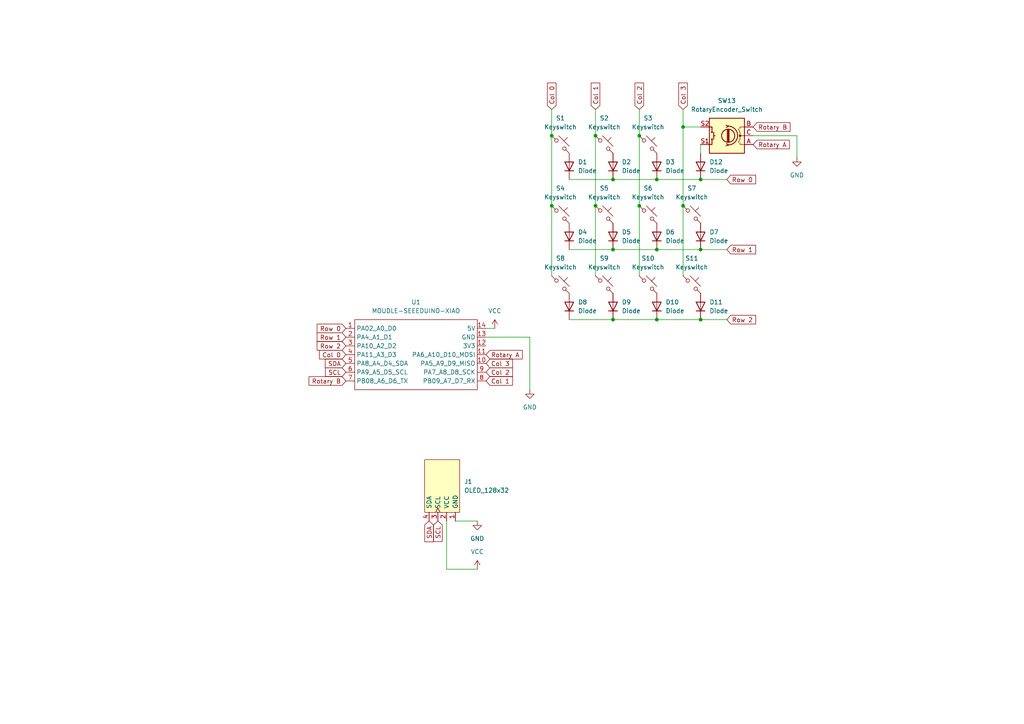
<source format=kicad_sch>
(kicad_sch
	(version 20231120)
	(generator "eeschema")
	(generator_version "8.0")
	(uuid "dd76fafe-d903-4ad8-a3ea-99ecbbbe7b7b")
	(paper "A4")
	(lib_symbols
		(symbol "Device:RotaryEncoder_Switch"
			(pin_names
				(offset 0.254) hide)
			(exclude_from_sim no)
			(in_bom yes)
			(on_board yes)
			(property "Reference" "SW"
				(at 0 6.604 0)
				(effects
					(font
						(size 1.27 1.27)
					)
				)
			)
			(property "Value" "RotaryEncoder_Switch"
				(at 0 -6.604 0)
				(effects
					(font
						(size 1.27 1.27)
					)
				)
			)
			(property "Footprint" ""
				(at -3.81 4.064 0)
				(effects
					(font
						(size 1.27 1.27)
					)
					(hide yes)
				)
			)
			(property "Datasheet" "~"
				(at 0 6.604 0)
				(effects
					(font
						(size 1.27 1.27)
					)
					(hide yes)
				)
			)
			(property "Description" "Rotary encoder, dual channel, incremental quadrate outputs, with switch"
				(at 0 0 0)
				(effects
					(font
						(size 1.27 1.27)
					)
					(hide yes)
				)
			)
			(property "ki_keywords" "rotary switch encoder switch push button"
				(at 0 0 0)
				(effects
					(font
						(size 1.27 1.27)
					)
					(hide yes)
				)
			)
			(property "ki_fp_filters" "RotaryEncoder*Switch*"
				(at 0 0 0)
				(effects
					(font
						(size 1.27 1.27)
					)
					(hide yes)
				)
			)
			(symbol "RotaryEncoder_Switch_0_1"
				(rectangle
					(start -5.08 5.08)
					(end 5.08 -5.08)
					(stroke
						(width 0.254)
						(type default)
					)
					(fill
						(type background)
					)
				)
				(circle
					(center -3.81 0)
					(radius 0.254)
					(stroke
						(width 0)
						(type default)
					)
					(fill
						(type outline)
					)
				)
				(circle
					(center -0.381 0)
					(radius 1.905)
					(stroke
						(width 0.254)
						(type default)
					)
					(fill
						(type none)
					)
				)
				(arc
					(start -0.381 2.667)
					(mid -3.0988 -0.0635)
					(end -0.381 -2.794)
					(stroke
						(width 0.254)
						(type default)
					)
					(fill
						(type none)
					)
				)
				(polyline
					(pts
						(xy -0.635 -1.778) (xy -0.635 1.778)
					)
					(stroke
						(width 0.254)
						(type default)
					)
					(fill
						(type none)
					)
				)
				(polyline
					(pts
						(xy -0.381 -1.778) (xy -0.381 1.778)
					)
					(stroke
						(width 0.254)
						(type default)
					)
					(fill
						(type none)
					)
				)
				(polyline
					(pts
						(xy -0.127 1.778) (xy -0.127 -1.778)
					)
					(stroke
						(width 0.254)
						(type default)
					)
					(fill
						(type none)
					)
				)
				(polyline
					(pts
						(xy 3.81 0) (xy 3.429 0)
					)
					(stroke
						(width 0.254)
						(type default)
					)
					(fill
						(type none)
					)
				)
				(polyline
					(pts
						(xy 3.81 1.016) (xy 3.81 -1.016)
					)
					(stroke
						(width 0.254)
						(type default)
					)
					(fill
						(type none)
					)
				)
				(polyline
					(pts
						(xy -5.08 -2.54) (xy -3.81 -2.54) (xy -3.81 -2.032)
					)
					(stroke
						(width 0)
						(type default)
					)
					(fill
						(type none)
					)
				)
				(polyline
					(pts
						(xy -5.08 2.54) (xy -3.81 2.54) (xy -3.81 2.032)
					)
					(stroke
						(width 0)
						(type default)
					)
					(fill
						(type none)
					)
				)
				(polyline
					(pts
						(xy 0.254 -3.048) (xy -0.508 -2.794) (xy 0.127 -2.413)
					)
					(stroke
						(width 0.254)
						(type default)
					)
					(fill
						(type none)
					)
				)
				(polyline
					(pts
						(xy 0.254 2.921) (xy -0.508 2.667) (xy 0.127 2.286)
					)
					(stroke
						(width 0.254)
						(type default)
					)
					(fill
						(type none)
					)
				)
				(polyline
					(pts
						(xy 5.08 -2.54) (xy 4.318 -2.54) (xy 4.318 -1.016)
					)
					(stroke
						(width 0.254)
						(type default)
					)
					(fill
						(type none)
					)
				)
				(polyline
					(pts
						(xy 5.08 2.54) (xy 4.318 2.54) (xy 4.318 1.016)
					)
					(stroke
						(width 0.254)
						(type default)
					)
					(fill
						(type none)
					)
				)
				(polyline
					(pts
						(xy -5.08 0) (xy -3.81 0) (xy -3.81 -1.016) (xy -3.302 -2.032)
					)
					(stroke
						(width 0)
						(type default)
					)
					(fill
						(type none)
					)
				)
				(polyline
					(pts
						(xy -4.318 0) (xy -3.81 0) (xy -3.81 1.016) (xy -3.302 2.032)
					)
					(stroke
						(width 0)
						(type default)
					)
					(fill
						(type none)
					)
				)
				(circle
					(center 4.318 -1.016)
					(radius 0.127)
					(stroke
						(width 0.254)
						(type default)
					)
					(fill
						(type none)
					)
				)
				(circle
					(center 4.318 1.016)
					(radius 0.127)
					(stroke
						(width 0.254)
						(type default)
					)
					(fill
						(type none)
					)
				)
			)
			(symbol "RotaryEncoder_Switch_1_1"
				(pin passive line
					(at -7.62 2.54 0)
					(length 2.54)
					(name "A"
						(effects
							(font
								(size 1.27 1.27)
							)
						)
					)
					(number "A"
						(effects
							(font
								(size 1.27 1.27)
							)
						)
					)
				)
				(pin passive line
					(at -7.62 -2.54 0)
					(length 2.54)
					(name "B"
						(effects
							(font
								(size 1.27 1.27)
							)
						)
					)
					(number "B"
						(effects
							(font
								(size 1.27 1.27)
							)
						)
					)
				)
				(pin passive line
					(at -7.62 0 0)
					(length 2.54)
					(name "C"
						(effects
							(font
								(size 1.27 1.27)
							)
						)
					)
					(number "C"
						(effects
							(font
								(size 1.27 1.27)
							)
						)
					)
				)
				(pin passive line
					(at 7.62 2.54 180)
					(length 2.54)
					(name "S1"
						(effects
							(font
								(size 1.27 1.27)
							)
						)
					)
					(number "S1"
						(effects
							(font
								(size 1.27 1.27)
							)
						)
					)
				)
				(pin passive line
					(at 7.62 -2.54 180)
					(length 2.54)
					(name "S2"
						(effects
							(font
								(size 1.27 1.27)
							)
						)
					)
					(number "S2"
						(effects
							(font
								(size 1.27 1.27)
							)
						)
					)
				)
			)
		)
		(symbol "ScottoKeebs:OLED_128x32"
			(pin_names
				(offset 1.016)
			)
			(exclude_from_sim no)
			(in_bom yes)
			(on_board yes)
			(property "Reference" "J"
				(at 0 -6.35 0)
				(effects
					(font
						(size 1.27 1.27)
					)
				)
			)
			(property "Value" "OLED_128x32"
				(at 0 6.35 0)
				(effects
					(font
						(size 1.27 1.27)
					)
				)
			)
			(property "Footprint" "ScottoKeebs_Components:OLED_128x32"
				(at 0 8.89 0)
				(effects
					(font
						(size 1.27 1.27)
					)
					(hide yes)
				)
			)
			(property "Datasheet" ""
				(at 0 1.27 0)
				(effects
					(font
						(size 1.27 1.27)
					)
					(hide yes)
				)
			)
			(property "Description" ""
				(at 0 0 0)
				(effects
					(font
						(size 1.27 1.27)
					)
					(hide yes)
				)
			)
			(symbol "OLED_128x32_0_1"
				(rectangle
					(start 0 5.08)
					(end 15.24 -5.08)
					(stroke
						(width 0)
						(type default)
					)
					(fill
						(type background)
					)
				)
			)
			(symbol "OLED_128x32_1_1"
				(pin power_in line
					(at -2.54 -3.81 0)
					(length 2.54)
					(name "GND"
						(effects
							(font
								(size 1.27 1.27)
							)
						)
					)
					(number "1"
						(effects
							(font
								(size 1.27 1.27)
							)
						)
					)
				)
				(pin power_in line
					(at -2.54 -1.27 0)
					(length 2.54)
					(name "VCC"
						(effects
							(font
								(size 1.27 1.27)
							)
						)
					)
					(number "2"
						(effects
							(font
								(size 1.27 1.27)
							)
						)
					)
				)
				(pin input clock
					(at -2.54 1.27 0)
					(length 2.54)
					(name "SCL"
						(effects
							(font
								(size 1.27 1.27)
							)
						)
					)
					(number "3"
						(effects
							(font
								(size 1.27 1.27)
							)
						)
					)
				)
				(pin bidirectional line
					(at -2.54 3.81 0)
					(length 2.54)
					(name "SDA"
						(effects
							(font
								(size 1.27 1.27)
							)
						)
					)
					(number "4"
						(effects
							(font
								(size 1.27 1.27)
							)
						)
					)
				)
			)
		)
		(symbol "ScottoKeebs:Placeholder_Diode"
			(pin_numbers hide)
			(pin_names hide)
			(exclude_from_sim no)
			(in_bom yes)
			(on_board yes)
			(property "Reference" "D"
				(at 0 2.54 0)
				(effects
					(font
						(size 1.27 1.27)
					)
				)
			)
			(property "Value" "Diode"
				(at 0 -2.54 0)
				(effects
					(font
						(size 1.27 1.27)
					)
				)
			)
			(property "Footprint" ""
				(at 0 0 0)
				(effects
					(font
						(size 1.27 1.27)
					)
					(hide yes)
				)
			)
			(property "Datasheet" ""
				(at 0 0 0)
				(effects
					(font
						(size 1.27 1.27)
					)
					(hide yes)
				)
			)
			(property "Description" "1N4148 (DO-35) or 1N4148W (SOD-123)"
				(at 0 0 0)
				(effects
					(font
						(size 1.27 1.27)
					)
					(hide yes)
				)
			)
			(property "Sim.Device" "D"
				(at 0 0 0)
				(effects
					(font
						(size 1.27 1.27)
					)
					(hide yes)
				)
			)
			(property "Sim.Pins" "1=K 2=A"
				(at 0 0 0)
				(effects
					(font
						(size 1.27 1.27)
					)
					(hide yes)
				)
			)
			(property "ki_keywords" "diode"
				(at 0 0 0)
				(effects
					(font
						(size 1.27 1.27)
					)
					(hide yes)
				)
			)
			(property "ki_fp_filters" "D*DO?35*"
				(at 0 0 0)
				(effects
					(font
						(size 1.27 1.27)
					)
					(hide yes)
				)
			)
			(symbol "Placeholder_Diode_0_1"
				(polyline
					(pts
						(xy -1.27 1.27) (xy -1.27 -1.27)
					)
					(stroke
						(width 0.254)
						(type default)
					)
					(fill
						(type none)
					)
				)
				(polyline
					(pts
						(xy 1.27 0) (xy -1.27 0)
					)
					(stroke
						(width 0)
						(type default)
					)
					(fill
						(type none)
					)
				)
				(polyline
					(pts
						(xy 1.27 1.27) (xy 1.27 -1.27) (xy -1.27 0) (xy 1.27 1.27)
					)
					(stroke
						(width 0.254)
						(type default)
					)
					(fill
						(type none)
					)
				)
			)
			(symbol "Placeholder_Diode_1_1"
				(pin passive line
					(at -3.81 0 0)
					(length 2.54)
					(name "K"
						(effects
							(font
								(size 1.27 1.27)
							)
						)
					)
					(number "1"
						(effects
							(font
								(size 1.27 1.27)
							)
						)
					)
				)
				(pin passive line
					(at 3.81 0 180)
					(length 2.54)
					(name "A"
						(effects
							(font
								(size 1.27 1.27)
							)
						)
					)
					(number "2"
						(effects
							(font
								(size 1.27 1.27)
							)
						)
					)
				)
			)
		)
		(symbol "ScottoKeebs:Placeholder_Keyswitch"
			(pin_numbers hide)
			(pin_names
				(offset 1.016) hide)
			(exclude_from_sim no)
			(in_bom yes)
			(on_board yes)
			(property "Reference" "S"
				(at 3.048 1.016 0)
				(effects
					(font
						(size 1.27 1.27)
					)
					(justify left)
				)
			)
			(property "Value" "Keyswitch"
				(at 0 -3.81 0)
				(effects
					(font
						(size 1.27 1.27)
					)
				)
			)
			(property "Footprint" ""
				(at 0 0 0)
				(effects
					(font
						(size 1.27 1.27)
					)
					(hide yes)
				)
			)
			(property "Datasheet" "~"
				(at 0 0 0)
				(effects
					(font
						(size 1.27 1.27)
					)
					(hide yes)
				)
			)
			(property "Description" "Push button switch, normally open, two pins, 45° tilted"
				(at 0 0 0)
				(effects
					(font
						(size 1.27 1.27)
					)
					(hide yes)
				)
			)
			(property "ki_keywords" "switch normally-open pushbutton push-button"
				(at 0 0 0)
				(effects
					(font
						(size 1.27 1.27)
					)
					(hide yes)
				)
			)
			(symbol "Placeholder_Keyswitch_0_1"
				(circle
					(center -1.1684 1.1684)
					(radius 0.508)
					(stroke
						(width 0)
						(type default)
					)
					(fill
						(type none)
					)
				)
				(polyline
					(pts
						(xy -0.508 2.54) (xy 2.54 -0.508)
					)
					(stroke
						(width 0)
						(type default)
					)
					(fill
						(type none)
					)
				)
				(polyline
					(pts
						(xy 1.016 1.016) (xy 2.032 2.032)
					)
					(stroke
						(width 0)
						(type default)
					)
					(fill
						(type none)
					)
				)
				(polyline
					(pts
						(xy -2.54 2.54) (xy -1.524 1.524) (xy -1.524 1.524)
					)
					(stroke
						(width 0)
						(type default)
					)
					(fill
						(type none)
					)
				)
				(polyline
					(pts
						(xy 1.524 -1.524) (xy 2.54 -2.54) (xy 2.54 -2.54) (xy 2.54 -2.54)
					)
					(stroke
						(width 0)
						(type default)
					)
					(fill
						(type none)
					)
				)
				(circle
					(center 1.143 -1.1938)
					(radius 0.508)
					(stroke
						(width 0)
						(type default)
					)
					(fill
						(type none)
					)
				)
				(pin passive line
					(at -2.54 2.54 0)
					(length 0)
					(name "1"
						(effects
							(font
								(size 1.27 1.27)
							)
						)
					)
					(number "1"
						(effects
							(font
								(size 1.27 1.27)
							)
						)
					)
				)
				(pin passive line
					(at 2.54 -2.54 180)
					(length 0)
					(name "2"
						(effects
							(font
								(size 1.27 1.27)
							)
						)
					)
					(number "2"
						(effects
							(font
								(size 1.27 1.27)
							)
						)
					)
				)
			)
		)
		(symbol "Seeed XIAO SAMD21:MOUDLE-SEEEDUINO-XIAO"
			(exclude_from_sim no)
			(in_bom yes)
			(on_board yes)
			(property "Reference" "U"
				(at -16.51 11.43 0)
				(effects
					(font
						(size 1.27 1.27)
					)
				)
			)
			(property "Value" "MOUDLE-SEEEDUINO-XIAO"
				(at -3.81 -11.43 0)
				(effects
					(font
						(size 1.27 1.27)
					)
				)
			)
			(property "Footprint" ""
				(at -16.51 2.54 0)
				(effects
					(font
						(size 1.27 1.27)
					)
					(hide yes)
				)
			)
			(property "Datasheet" ""
				(at -16.51 2.54 0)
				(effects
					(font
						(size 1.27 1.27)
					)
					(hide yes)
				)
			)
			(property "Description" ""
				(at 0 0 0)
				(effects
					(font
						(size 1.27 1.27)
					)
					(hide yes)
				)
			)
			(symbol "MOUDLE-SEEEDUINO-XIAO_0_1"
				(rectangle
					(start -16.51 10.16)
					(end 19.05 -10.16)
					(stroke
						(width 0)
						(type default)
					)
					(fill
						(type none)
					)
				)
			)
			(symbol "MOUDLE-SEEEDUINO-XIAO_1_1"
				(pin passive line
					(at -19.05 7.62 0)
					(length 2.54)
					(name "PA02_A0_D0"
						(effects
							(font
								(size 1.27 1.27)
							)
						)
					)
					(number "1"
						(effects
							(font
								(size 1.27 1.27)
							)
						)
					)
				)
				(pin passive line
					(at 21.59 -2.54 180)
					(length 2.54)
					(name "PA5_A9_D9_MISO"
						(effects
							(font
								(size 1.27 1.27)
							)
						)
					)
					(number "10"
						(effects
							(font
								(size 1.27 1.27)
							)
						)
					)
				)
				(pin passive line
					(at 21.59 0 180)
					(length 2.54)
					(name "PA6_A10_D10_MOSI"
						(effects
							(font
								(size 1.27 1.27)
							)
						)
					)
					(number "11"
						(effects
							(font
								(size 1.27 1.27)
							)
						)
					)
				)
				(pin passive line
					(at 21.59 2.54 180)
					(length 2.54)
					(name "3V3"
						(effects
							(font
								(size 1.27 1.27)
							)
						)
					)
					(number "12"
						(effects
							(font
								(size 1.27 1.27)
							)
						)
					)
				)
				(pin passive line
					(at 21.59 5.08 180)
					(length 2.54)
					(name "GND"
						(effects
							(font
								(size 1.27 1.27)
							)
						)
					)
					(number "13"
						(effects
							(font
								(size 1.27 1.27)
							)
						)
					)
				)
				(pin passive line
					(at 21.59 7.62 180)
					(length 2.54)
					(name "5V"
						(effects
							(font
								(size 1.27 1.27)
							)
						)
					)
					(number "14"
						(effects
							(font
								(size 1.27 1.27)
							)
						)
					)
				)
				(pin passive line
					(at -19.05 5.08 0)
					(length 2.54)
					(name "PA4_A1_D1"
						(effects
							(font
								(size 1.27 1.27)
							)
						)
					)
					(number "2"
						(effects
							(font
								(size 1.27 1.27)
							)
						)
					)
				)
				(pin passive line
					(at -19.05 2.54 0)
					(length 2.54)
					(name "PA10_A2_D2"
						(effects
							(font
								(size 1.27 1.27)
							)
						)
					)
					(number "3"
						(effects
							(font
								(size 1.27 1.27)
							)
						)
					)
				)
				(pin passive line
					(at -19.05 0 0)
					(length 2.54)
					(name "PA11_A3_D3"
						(effects
							(font
								(size 1.27 1.27)
							)
						)
					)
					(number "4"
						(effects
							(font
								(size 1.27 1.27)
							)
						)
					)
				)
				(pin passive line
					(at -19.05 -2.54 0)
					(length 2.54)
					(name "PA8_A4_D4_SDA"
						(effects
							(font
								(size 1.27 1.27)
							)
						)
					)
					(number "5"
						(effects
							(font
								(size 1.27 1.27)
							)
						)
					)
				)
				(pin passive line
					(at -19.05 -5.08 0)
					(length 2.54)
					(name "PA9_A5_D5_SCL"
						(effects
							(font
								(size 1.27 1.27)
							)
						)
					)
					(number "6"
						(effects
							(font
								(size 1.27 1.27)
							)
						)
					)
				)
				(pin passive line
					(at -19.05 -7.62 0)
					(length 2.54)
					(name "PB08_A6_D6_TX"
						(effects
							(font
								(size 1.27 1.27)
							)
						)
					)
					(number "7"
						(effects
							(font
								(size 1.27 1.27)
							)
						)
					)
				)
				(pin passive line
					(at 21.59 -7.62 180)
					(length 2.54)
					(name "PB09_A7_D7_RX"
						(effects
							(font
								(size 1.27 1.27)
							)
						)
					)
					(number "8"
						(effects
							(font
								(size 1.27 1.27)
							)
						)
					)
				)
				(pin passive line
					(at 21.59 -5.08 180)
					(length 2.54)
					(name "PA7_A8_D8_SCK"
						(effects
							(font
								(size 1.27 1.27)
							)
						)
					)
					(number "9"
						(effects
							(font
								(size 1.27 1.27)
							)
						)
					)
				)
			)
		)
		(symbol "power:GND"
			(power)
			(pin_numbers hide)
			(pin_names
				(offset 0) hide)
			(exclude_from_sim no)
			(in_bom yes)
			(on_board yes)
			(property "Reference" "#PWR"
				(at 0 -6.35 0)
				(effects
					(font
						(size 1.27 1.27)
					)
					(hide yes)
				)
			)
			(property "Value" "GND"
				(at 0 -3.81 0)
				(effects
					(font
						(size 1.27 1.27)
					)
				)
			)
			(property "Footprint" ""
				(at 0 0 0)
				(effects
					(font
						(size 1.27 1.27)
					)
					(hide yes)
				)
			)
			(property "Datasheet" ""
				(at 0 0 0)
				(effects
					(font
						(size 1.27 1.27)
					)
					(hide yes)
				)
			)
			(property "Description" "Power symbol creates a global label with name \"GND\" , ground"
				(at 0 0 0)
				(effects
					(font
						(size 1.27 1.27)
					)
					(hide yes)
				)
			)
			(property "ki_keywords" "global power"
				(at 0 0 0)
				(effects
					(font
						(size 1.27 1.27)
					)
					(hide yes)
				)
			)
			(symbol "GND_0_1"
				(polyline
					(pts
						(xy 0 0) (xy 0 -1.27) (xy 1.27 -1.27) (xy 0 -2.54) (xy -1.27 -1.27) (xy 0 -1.27)
					)
					(stroke
						(width 0)
						(type default)
					)
					(fill
						(type none)
					)
				)
			)
			(symbol "GND_1_1"
				(pin power_in line
					(at 0 0 270)
					(length 0)
					(name "~"
						(effects
							(font
								(size 1.27 1.27)
							)
						)
					)
					(number "1"
						(effects
							(font
								(size 1.27 1.27)
							)
						)
					)
				)
			)
		)
		(symbol "power:VCC"
			(power)
			(pin_numbers hide)
			(pin_names
				(offset 0) hide)
			(exclude_from_sim no)
			(in_bom yes)
			(on_board yes)
			(property "Reference" "#PWR"
				(at 0 -3.81 0)
				(effects
					(font
						(size 1.27 1.27)
					)
					(hide yes)
				)
			)
			(property "Value" "VCC"
				(at 0 3.556 0)
				(effects
					(font
						(size 1.27 1.27)
					)
				)
			)
			(property "Footprint" ""
				(at 0 0 0)
				(effects
					(font
						(size 1.27 1.27)
					)
					(hide yes)
				)
			)
			(property "Datasheet" ""
				(at 0 0 0)
				(effects
					(font
						(size 1.27 1.27)
					)
					(hide yes)
				)
			)
			(property "Description" "Power symbol creates a global label with name \"VCC\""
				(at 0 0 0)
				(effects
					(font
						(size 1.27 1.27)
					)
					(hide yes)
				)
			)
			(property "ki_keywords" "global power"
				(at 0 0 0)
				(effects
					(font
						(size 1.27 1.27)
					)
					(hide yes)
				)
			)
			(symbol "VCC_0_1"
				(polyline
					(pts
						(xy -0.762 1.27) (xy 0 2.54)
					)
					(stroke
						(width 0)
						(type default)
					)
					(fill
						(type none)
					)
				)
				(polyline
					(pts
						(xy 0 0) (xy 0 2.54)
					)
					(stroke
						(width 0)
						(type default)
					)
					(fill
						(type none)
					)
				)
				(polyline
					(pts
						(xy 0 2.54) (xy 0.762 1.27)
					)
					(stroke
						(width 0)
						(type default)
					)
					(fill
						(type none)
					)
				)
			)
			(symbol "VCC_1_1"
				(pin power_in line
					(at 0 0 90)
					(length 0)
					(name "~"
						(effects
							(font
								(size 1.27 1.27)
							)
						)
					)
					(number "1"
						(effects
							(font
								(size 1.27 1.27)
							)
						)
					)
				)
			)
		)
	)
	(junction
		(at 177.8 72.39)
		(diameter 0)
		(color 0 0 0 0)
		(uuid "1855b29f-ba12-4e5a-a977-57b5b4c2edd0")
	)
	(junction
		(at 203.2 52.07)
		(diameter 0)
		(color 0 0 0 0)
		(uuid "1a7c3c72-815b-45ab-9587-81197da6098c")
	)
	(junction
		(at 177.8 92.71)
		(diameter 0)
		(color 0 0 0 0)
		(uuid "20db0ebc-a800-4422-92fc-b1fbf01269a6")
	)
	(junction
		(at 160.02 39.37)
		(diameter 0)
		(color 0 0 0 0)
		(uuid "28fbdd47-d6c8-4557-8ee0-c9b145681fb3")
	)
	(junction
		(at 185.42 59.69)
		(diameter 0)
		(color 0 0 0 0)
		(uuid "2ae85f8c-e93b-4381-b1dc-a036d9a95c7b")
	)
	(junction
		(at 172.72 39.37)
		(diameter 0)
		(color 0 0 0 0)
		(uuid "2cbc5990-c893-4b52-8244-b8685f22e97c")
	)
	(junction
		(at 198.12 59.69)
		(diameter 0)
		(color 0 0 0 0)
		(uuid "3daa06b3-3fe9-4f8a-a123-135ad4ee49fb")
	)
	(junction
		(at 185.42 39.37)
		(diameter 0)
		(color 0 0 0 0)
		(uuid "3de24e7a-44af-4fa4-ae6a-437833649d9e")
	)
	(junction
		(at 203.2 92.71)
		(diameter 0)
		(color 0 0 0 0)
		(uuid "835bded5-4c29-44e9-9a74-0364db15dd71")
	)
	(junction
		(at 198.12 36.83)
		(diameter 0)
		(color 0 0 0 0)
		(uuid "85648813-9d39-4247-af5d-4395bfd587a0")
	)
	(junction
		(at 190.5 92.71)
		(diameter 0)
		(color 0 0 0 0)
		(uuid "8d7d5c55-b8c0-4e1a-bf3a-0245876580b6")
	)
	(junction
		(at 190.5 72.39)
		(diameter 0)
		(color 0 0 0 0)
		(uuid "a23ed175-2372-49ed-a59d-03b4cf2e0cde")
	)
	(junction
		(at 160.02 59.69)
		(diameter 0)
		(color 0 0 0 0)
		(uuid "c92d6bab-1692-4506-9d3e-f0e4b1616a17")
	)
	(junction
		(at 203.2 72.39)
		(diameter 0)
		(color 0 0 0 0)
		(uuid "cfd0104c-8acb-4f75-a386-fc7037145b8d")
	)
	(junction
		(at 190.5 52.07)
		(diameter 0)
		(color 0 0 0 0)
		(uuid "df3e34f7-ae4c-4586-8e5e-5c13f41fac8e")
	)
	(junction
		(at 177.8 52.07)
		(diameter 0)
		(color 0 0 0 0)
		(uuid "ea3a59e5-ce97-4068-81b4-a002987163c4")
	)
	(junction
		(at 172.72 59.69)
		(diameter 0)
		(color 0 0 0 0)
		(uuid "f3d594cc-5acc-484c-9eee-c6deba8acb1c")
	)
	(wire
		(pts
			(xy 198.12 36.83) (xy 203.2 36.83)
		)
		(stroke
			(width 0)
			(type default)
		)
		(uuid "00d2e43e-3e20-4ad1-9a34-0cce91de25fb")
	)
	(wire
		(pts
			(xy 172.72 59.69) (xy 172.72 80.01)
		)
		(stroke
			(width 0)
			(type default)
		)
		(uuid "02e6e10e-066a-4f0e-953d-ea8656325131")
	)
	(wire
		(pts
			(xy 203.2 92.71) (xy 210.82 92.71)
		)
		(stroke
			(width 0)
			(type default)
		)
		(uuid "166ecc40-0493-4ed8-90bb-511413c31bd6")
	)
	(wire
		(pts
			(xy 153.67 97.79) (xy 140.97 97.79)
		)
		(stroke
			(width 0)
			(type default)
		)
		(uuid "17ce4c88-fead-4df9-b01b-f2ff1f97066e")
	)
	(wire
		(pts
			(xy 160.02 39.37) (xy 160.02 59.69)
		)
		(stroke
			(width 0)
			(type default)
		)
		(uuid "1b5da160-8536-4a48-bfea-d6235c88012f")
	)
	(wire
		(pts
			(xy 160.02 59.69) (xy 160.02 80.01)
		)
		(stroke
			(width 0)
			(type default)
		)
		(uuid "1cc9c0ee-6b5f-4b5d-bb67-ae41a9833990")
	)
	(wire
		(pts
			(xy 153.67 113.03) (xy 153.67 97.79)
		)
		(stroke
			(width 0)
			(type default)
		)
		(uuid "1f36a21c-da81-4660-8e33-ad7f91d8574d")
	)
	(wire
		(pts
			(xy 132.08 151.13) (xy 138.43 151.13)
		)
		(stroke
			(width 0)
			(type default)
		)
		(uuid "328908a5-c745-49c2-b107-f2e0dd08bfbb")
	)
	(wire
		(pts
			(xy 185.42 59.69) (xy 185.42 80.01)
		)
		(stroke
			(width 0)
			(type default)
		)
		(uuid "32c1d580-4edf-497f-9ce5-5f4abb57a615")
	)
	(wire
		(pts
			(xy 165.1 52.07) (xy 177.8 52.07)
		)
		(stroke
			(width 0)
			(type default)
		)
		(uuid "3ad1e165-965f-4679-a906-16be51e6c1b9")
	)
	(wire
		(pts
			(xy 198.12 31.75) (xy 198.12 36.83)
		)
		(stroke
			(width 0)
			(type default)
		)
		(uuid "3cbd7af3-06e7-4d76-97ec-3ecc4ce1a83a")
	)
	(wire
		(pts
			(xy 218.44 39.37) (xy 231.14 39.37)
		)
		(stroke
			(width 0)
			(type default)
		)
		(uuid "55c4c62d-94ec-423b-8a86-fd79655e10d4")
	)
	(wire
		(pts
			(xy 172.72 39.37) (xy 172.72 59.69)
		)
		(stroke
			(width 0)
			(type default)
		)
		(uuid "6548d734-5762-40bc-82b7-2b5c1877d508")
	)
	(wire
		(pts
			(xy 190.5 72.39) (xy 203.2 72.39)
		)
		(stroke
			(width 0)
			(type default)
		)
		(uuid "6939b406-cd1b-40b6-90a0-d1612aa50499")
	)
	(wire
		(pts
			(xy 160.02 31.75) (xy 160.02 39.37)
		)
		(stroke
			(width 0)
			(type default)
		)
		(uuid "697b0f25-be1c-4fcd-b722-52d2db56ce1a")
	)
	(wire
		(pts
			(xy 185.42 39.37) (xy 185.42 59.69)
		)
		(stroke
			(width 0)
			(type default)
		)
		(uuid "6be6cec9-43ee-4a49-ada6-4886089b0cd3")
	)
	(wire
		(pts
			(xy 190.5 92.71) (xy 203.2 92.71)
		)
		(stroke
			(width 0)
			(type default)
		)
		(uuid "6e43a036-11b6-4007-9043-4ca4b7aa6d8d")
	)
	(wire
		(pts
			(xy 129.54 165.1) (xy 138.43 165.1)
		)
		(stroke
			(width 0)
			(type default)
		)
		(uuid "6fc2adf9-a8d6-41e6-84e5-5045b80478d0")
	)
	(wire
		(pts
			(xy 165.1 92.71) (xy 177.8 92.71)
		)
		(stroke
			(width 0)
			(type default)
		)
		(uuid "78e27032-b018-47a4-9183-5190167bb2c9")
	)
	(wire
		(pts
			(xy 177.8 72.39) (xy 190.5 72.39)
		)
		(stroke
			(width 0)
			(type default)
		)
		(uuid "7c93e328-cf97-49e2-b9c2-67f36d958de9")
	)
	(wire
		(pts
			(xy 185.42 31.75) (xy 185.42 39.37)
		)
		(stroke
			(width 0)
			(type default)
		)
		(uuid "820a216a-d816-4cda-8b8f-c6e9698f93ac")
	)
	(wire
		(pts
			(xy 177.8 92.71) (xy 190.5 92.71)
		)
		(stroke
			(width 0)
			(type default)
		)
		(uuid "8aa394c2-4dec-4c02-b291-df04e7bb4309")
	)
	(wire
		(pts
			(xy 165.1 72.39) (xy 177.8 72.39)
		)
		(stroke
			(width 0)
			(type default)
		)
		(uuid "93d48fd7-0224-4f47-8333-dea5460fe884")
	)
	(wire
		(pts
			(xy 140.97 95.25) (xy 143.51 95.25)
		)
		(stroke
			(width 0)
			(type default)
		)
		(uuid "a8a26760-529c-4847-af52-6e82848e9a93")
	)
	(wire
		(pts
			(xy 231.14 39.37) (xy 231.14 45.72)
		)
		(stroke
			(width 0)
			(type default)
		)
		(uuid "a8e5d214-f172-4d38-b2e3-5ed7ccf15044")
	)
	(wire
		(pts
			(xy 190.5 52.07) (xy 203.2 52.07)
		)
		(stroke
			(width 0)
			(type default)
		)
		(uuid "baa3fb8c-c3bc-4b4d-804b-f285343d2217")
	)
	(wire
		(pts
			(xy 129.54 151.13) (xy 129.54 165.1)
		)
		(stroke
			(width 0)
			(type default)
		)
		(uuid "bb84fb7f-cc09-4e6d-a140-56360e8abdcb")
	)
	(wire
		(pts
			(xy 198.12 59.69) (xy 198.12 80.01)
		)
		(stroke
			(width 0)
			(type default)
		)
		(uuid "c51921ad-9566-4925-bab0-a72c27739ce1")
	)
	(wire
		(pts
			(xy 203.2 72.39) (xy 210.82 72.39)
		)
		(stroke
			(width 0)
			(type default)
		)
		(uuid "c86a5d5b-2b10-4e9e-a8c4-7b7a3cd406c9")
	)
	(wire
		(pts
			(xy 203.2 52.07) (xy 210.82 52.07)
		)
		(stroke
			(width 0)
			(type default)
		)
		(uuid "de78c06a-0a52-4621-84ae-b62bbd38ec4c")
	)
	(wire
		(pts
			(xy 198.12 36.83) (xy 198.12 59.69)
		)
		(stroke
			(width 0)
			(type default)
		)
		(uuid "e81f0910-02dd-4a78-bbac-487e1f58b2c0")
	)
	(wire
		(pts
			(xy 203.2 41.91) (xy 203.2 44.45)
		)
		(stroke
			(width 0)
			(type default)
		)
		(uuid "ec5b098b-4a2b-4d02-8283-a5f1493f2574")
	)
	(wire
		(pts
			(xy 177.8 52.07) (xy 190.5 52.07)
		)
		(stroke
			(width 0)
			(type default)
		)
		(uuid "ed18c056-4e99-4ad7-bb1f-682a9050cac0")
	)
	(wire
		(pts
			(xy 172.72 31.75) (xy 172.72 39.37)
		)
		(stroke
			(width 0)
			(type default)
		)
		(uuid "f847c468-9234-4bb8-b23c-5b0a8df8e3e5")
	)
	(global_label "Col 0"
		(shape input)
		(at 100.33 102.87 180)
		(fields_autoplaced yes)
		(effects
			(font
				(size 1.27 1.27)
			)
			(justify right)
		)
		(uuid "035be36c-6b73-4ddb-a830-a203bd606015")
		(property "Intersheetrefs" "${INTERSHEET_REFS}"
			(at 92.0835 102.87 0)
			(effects
				(font
					(size 1.27 1.27)
				)
				(justify right)
				(hide yes)
			)
		)
	)
	(global_label "Rotary B"
		(shape input)
		(at 100.33 110.49 180)
		(fields_autoplaced yes)
		(effects
			(font
				(size 1.27 1.27)
			)
			(justify right)
		)
		(uuid "10ac3e72-4227-4e9e-b8e6-f169c8a7926d")
		(property "Intersheetrefs" "${INTERSHEET_REFS}"
			(at 89.0597 110.49 0)
			(effects
				(font
					(size 1.27 1.27)
				)
				(justify right)
				(hide yes)
			)
		)
	)
	(global_label "Row 1"
		(shape input)
		(at 210.82 72.39 0)
		(fields_autoplaced yes)
		(effects
			(font
				(size 1.27 1.27)
			)
			(justify left)
		)
		(uuid "12b698cc-1f15-4a56-b5df-e80a0308afe4")
		(property "Intersheetrefs" "${INTERSHEET_REFS}"
			(at 219.7318 72.39 0)
			(effects
				(font
					(size 1.27 1.27)
				)
				(justify left)
				(hide yes)
			)
		)
	)
	(global_label "SCL"
		(shape input)
		(at 100.33 107.95 180)
		(fields_autoplaced yes)
		(effects
			(font
				(size 1.27 1.27)
			)
			(justify right)
		)
		(uuid "22ed170f-765e-44a9-a82e-e1a5726433b0")
		(property "Intersheetrefs" "${INTERSHEET_REFS}"
			(at 93.8372 107.95 0)
			(effects
				(font
					(size 1.27 1.27)
				)
				(justify right)
				(hide yes)
			)
		)
	)
	(global_label "Col 1"
		(shape input)
		(at 172.72 31.75 90)
		(fields_autoplaced yes)
		(effects
			(font
				(size 1.27 1.27)
			)
			(justify left)
		)
		(uuid "3d117ddc-2cfa-499b-9908-acbba273b78a")
		(property "Intersheetrefs" "${INTERSHEET_REFS}"
			(at 172.72 23.5035 90)
			(effects
				(font
					(size 1.27 1.27)
				)
				(justify left)
				(hide yes)
			)
		)
	)
	(global_label "Row 2"
		(shape input)
		(at 100.33 100.33 180)
		(fields_autoplaced yes)
		(effects
			(font
				(size 1.27 1.27)
			)
			(justify right)
		)
		(uuid "41d48e6f-b9ed-436b-be14-dca2c3fe53ed")
		(property "Intersheetrefs" "${INTERSHEET_REFS}"
			(at 91.4182 100.33 0)
			(effects
				(font
					(size 1.27 1.27)
				)
				(justify right)
				(hide yes)
			)
		)
	)
	(global_label "Row 2"
		(shape input)
		(at 210.82 92.71 0)
		(fields_autoplaced yes)
		(effects
			(font
				(size 1.27 1.27)
			)
			(justify left)
		)
		(uuid "455c2028-c84f-4dba-a231-a9030f8547d9")
		(property "Intersheetrefs" "${INTERSHEET_REFS}"
			(at 219.7318 92.71 0)
			(effects
				(font
					(size 1.27 1.27)
				)
				(justify left)
				(hide yes)
			)
		)
	)
	(global_label "Col 2"
		(shape input)
		(at 185.42 31.75 90)
		(fields_autoplaced yes)
		(effects
			(font
				(size 1.27 1.27)
			)
			(justify left)
		)
		(uuid "4b861c6d-9fc5-4a3b-b1a1-3de4acf8b0b5")
		(property "Intersheetrefs" "${INTERSHEET_REFS}"
			(at 185.42 23.5035 90)
			(effects
				(font
					(size 1.27 1.27)
				)
				(justify left)
				(hide yes)
			)
		)
	)
	(global_label "Row 1"
		(shape input)
		(at 100.33 97.79 180)
		(fields_autoplaced yes)
		(effects
			(font
				(size 1.27 1.27)
			)
			(justify right)
		)
		(uuid "618b2e30-b1d2-4ecf-aea1-a15b693733e6")
		(property "Intersheetrefs" "${INTERSHEET_REFS}"
			(at 91.4182 97.79 0)
			(effects
				(font
					(size 1.27 1.27)
				)
				(justify right)
				(hide yes)
			)
		)
	)
	(global_label "Col 0"
		(shape input)
		(at 160.02 31.75 90)
		(fields_autoplaced yes)
		(effects
			(font
				(size 1.27 1.27)
			)
			(justify left)
		)
		(uuid "6e82418e-2a8f-4600-8b8d-5407bfed8825")
		(property "Intersheetrefs" "${INTERSHEET_REFS}"
			(at 160.02 23.5035 90)
			(effects
				(font
					(size 1.27 1.27)
				)
				(justify left)
				(hide yes)
			)
		)
	)
	(global_label "Rotary A"
		(shape input)
		(at 140.97 102.87 0)
		(fields_autoplaced yes)
		(effects
			(font
				(size 1.27 1.27)
			)
			(justify left)
		)
		(uuid "7711f2ea-5a57-44bb-b0bc-33fc2d5b4af8")
		(property "Intersheetrefs" "${INTERSHEET_REFS}"
			(at 152.0589 102.87 0)
			(effects
				(font
					(size 1.27 1.27)
				)
				(justify left)
				(hide yes)
			)
		)
	)
	(global_label "Col 3"
		(shape input)
		(at 140.97 105.41 0)
		(fields_autoplaced yes)
		(effects
			(font
				(size 1.27 1.27)
			)
			(justify left)
		)
		(uuid "7b0e28e9-8263-4de3-a8e0-08ac72cd3fd2")
		(property "Intersheetrefs" "${INTERSHEET_REFS}"
			(at 149.2165 105.41 0)
			(effects
				(font
					(size 1.27 1.27)
				)
				(justify left)
				(hide yes)
			)
		)
	)
	(global_label "Row 0"
		(shape input)
		(at 210.82 52.07 0)
		(fields_autoplaced yes)
		(effects
			(font
				(size 1.27 1.27)
			)
			(justify left)
		)
		(uuid "8fd00d80-a9fd-4683-99f9-ab4ceae8028d")
		(property "Intersheetrefs" "${INTERSHEET_REFS}"
			(at 219.7318 52.07 0)
			(effects
				(font
					(size 1.27 1.27)
				)
				(justify left)
				(hide yes)
			)
		)
	)
	(global_label "Col 2"
		(shape input)
		(at 140.97 107.95 0)
		(fields_autoplaced yes)
		(effects
			(font
				(size 1.27 1.27)
			)
			(justify left)
		)
		(uuid "96daa67c-f605-4c06-84ab-dd998084385d")
		(property "Intersheetrefs" "${INTERSHEET_REFS}"
			(at 149.2165 107.95 0)
			(effects
				(font
					(size 1.27 1.27)
				)
				(justify left)
				(hide yes)
			)
		)
	)
	(global_label "SDA"
		(shape input)
		(at 124.46 151.13 270)
		(fields_autoplaced yes)
		(effects
			(font
				(size 1.27 1.27)
			)
			(justify right)
		)
		(uuid "ad23a97e-2cda-466b-bbed-71272fb377f9")
		(property "Intersheetrefs" "${INTERSHEET_REFS}"
			(at 124.46 157.6833 90)
			(effects
				(font
					(size 1.27 1.27)
				)
				(justify right)
				(hide yes)
			)
		)
	)
	(global_label "Rotary A"
		(shape input)
		(at 218.44 41.91 0)
		(fields_autoplaced yes)
		(effects
			(font
				(size 1.27 1.27)
			)
			(justify left)
		)
		(uuid "bcaa1a1f-5146-4b07-803a-e299c509e49d")
		(property "Intersheetrefs" "${INTERSHEET_REFS}"
			(at 229.5289 41.91 0)
			(effects
				(font
					(size 1.27 1.27)
				)
				(justify left)
				(hide yes)
			)
		)
	)
	(global_label "Row 0"
		(shape input)
		(at 100.33 95.25 180)
		(fields_autoplaced yes)
		(effects
			(font
				(size 1.27 1.27)
			)
			(justify right)
		)
		(uuid "c8c37cc0-c62d-4e72-8af5-483841785a79")
		(property "Intersheetrefs" "${INTERSHEET_REFS}"
			(at 91.4182 95.25 0)
			(effects
				(font
					(size 1.27 1.27)
				)
				(justify right)
				(hide yes)
			)
		)
	)
	(global_label "SDA"
		(shape input)
		(at 100.33 105.41 180)
		(fields_autoplaced yes)
		(effects
			(font
				(size 1.27 1.27)
			)
			(justify right)
		)
		(uuid "d6c8a5ef-ab6e-4e9c-a44b-9e3a614aa561")
		(property "Intersheetrefs" "${INTERSHEET_REFS}"
			(at 93.7767 105.41 0)
			(effects
				(font
					(size 1.27 1.27)
				)
				(justify right)
				(hide yes)
			)
		)
	)
	(global_label "Col 1"
		(shape input)
		(at 140.97 110.49 0)
		(fields_autoplaced yes)
		(effects
			(font
				(size 1.27 1.27)
			)
			(justify left)
		)
		(uuid "dd0110c8-a9a1-4494-a3d5-1c7bf52e69c6")
		(property "Intersheetrefs" "${INTERSHEET_REFS}"
			(at 149.2165 110.49 0)
			(effects
				(font
					(size 1.27 1.27)
				)
				(justify left)
				(hide yes)
			)
		)
	)
	(global_label "SCL"
		(shape input)
		(at 127 151.13 270)
		(fields_autoplaced yes)
		(effects
			(font
				(size 1.27 1.27)
			)
			(justify right)
		)
		(uuid "e04134aa-48f1-4574-bf02-b3137adaa2f4")
		(property "Intersheetrefs" "${INTERSHEET_REFS}"
			(at 127 157.6228 90)
			(effects
				(font
					(size 1.27 1.27)
				)
				(justify right)
				(hide yes)
			)
		)
	)
	(global_label "Rotary B"
		(shape input)
		(at 218.44 36.83 0)
		(fields_autoplaced yes)
		(effects
			(font
				(size 1.27 1.27)
			)
			(justify left)
		)
		(uuid "e2a3d037-c3b0-4d98-af06-0086a6abc045")
		(property "Intersheetrefs" "${INTERSHEET_REFS}"
			(at 229.7103 36.83 0)
			(effects
				(font
					(size 1.27 1.27)
				)
				(justify left)
				(hide yes)
			)
		)
	)
	(global_label "Col 3"
		(shape input)
		(at 198.12 31.75 90)
		(fields_autoplaced yes)
		(effects
			(font
				(size 1.27 1.27)
			)
			(justify left)
		)
		(uuid "e9dc0916-4544-4582-82e2-0b8684ad0860")
		(property "Intersheetrefs" "${INTERSHEET_REFS}"
			(at 198.12 23.5035 90)
			(effects
				(font
					(size 1.27 1.27)
				)
				(justify left)
				(hide yes)
			)
		)
	)
	(symbol
		(lib_id "ScottoKeebs:Placeholder_Diode")
		(at 177.8 48.26 90)
		(unit 1)
		(exclude_from_sim no)
		(in_bom yes)
		(on_board yes)
		(dnp no)
		(fields_autoplaced yes)
		(uuid "0b151f71-17f2-479d-9de6-922e00f28834")
		(property "Reference" "D2"
			(at 180.34 46.9899 90)
			(effects
				(font
					(size 1.27 1.27)
				)
				(justify right)
			)
		)
		(property "Value" "Diode"
			(at 180.34 49.5299 90)
			(effects
				(font
					(size 1.27 1.27)
				)
				(justify right)
			)
		)
		(property "Footprint" "ScottoKeebs_Components:Diode_DO-35"
			(at 177.8 48.26 0)
			(effects
				(font
					(size 1.27 1.27)
				)
				(hide yes)
			)
		)
		(property "Datasheet" ""
			(at 177.8 48.26 0)
			(effects
				(font
					(size 1.27 1.27)
				)
				(hide yes)
			)
		)
		(property "Description" "1N4148 (DO-35) or 1N4148W (SOD-123)"
			(at 177.8 48.26 0)
			(effects
				(font
					(size 1.27 1.27)
				)
				(hide yes)
			)
		)
		(property "Sim.Device" "D"
			(at 177.8 48.26 0)
			(effects
				(font
					(size 1.27 1.27)
				)
				(hide yes)
			)
		)
		(property "Sim.Pins" "1=K 2=A"
			(at 177.8 48.26 0)
			(effects
				(font
					(size 1.27 1.27)
				)
				(hide yes)
			)
		)
		(pin "1"
			(uuid "8865a072-f1a8-4e90-9556-af9e6f163452")
		)
		(pin "2"
			(uuid "51963fd2-83db-47e2-abaa-c9d6d22614e0")
		)
		(instances
			(project "hackpad"
				(path "/dd76fafe-d903-4ad8-a3ea-99ecbbbe7b7b"
					(reference "D2")
					(unit 1)
				)
			)
		)
	)
	(symbol
		(lib_id "ScottoKeebs:OLED_128x32")
		(at 128.27 148.59 90)
		(unit 1)
		(exclude_from_sim no)
		(in_bom yes)
		(on_board yes)
		(dnp no)
		(fields_autoplaced yes)
		(uuid "1cbe580d-6223-4516-b07d-88dbc8640deb")
		(property "Reference" "J1"
			(at 134.62 139.6999 90)
			(effects
				(font
					(size 1.27 1.27)
				)
				(justify right)
			)
		)
		(property "Value" "OLED_128x32"
			(at 134.62 142.2399 90)
			(effects
				(font
					(size 1.27 1.27)
				)
				(justify right)
			)
		)
		(property "Footprint" "ScottoKeebs_Components:OLED_128x32"
			(at 119.38 148.59 0)
			(effects
				(font
					(size 1.27 1.27)
				)
				(hide yes)
			)
		)
		(property "Datasheet" ""
			(at 127 148.59 0)
			(effects
				(font
					(size 1.27 1.27)
				)
				(hide yes)
			)
		)
		(property "Description" ""
			(at 128.27 148.59 0)
			(effects
				(font
					(size 1.27 1.27)
				)
				(hide yes)
			)
		)
		(pin "1"
			(uuid "4c26cf7a-0f0e-4405-bdfc-d5681c15ff98")
		)
		(pin "2"
			(uuid "3ede90d4-1429-4bf0-89bd-7b245480e9e5")
		)
		(pin "4"
			(uuid "07df31a0-c829-4c06-87d9-4e372dbc38aa")
		)
		(pin "3"
			(uuid "185ee58d-8dee-4a16-8f4c-23137511bcb1")
		)
		(instances
			(project ""
				(path "/dd76fafe-d903-4ad8-a3ea-99ecbbbe7b7b"
					(reference "J1")
					(unit 1)
				)
			)
		)
	)
	(symbol
		(lib_id "ScottoKeebs:Placeholder_Keyswitch")
		(at 187.96 62.23 0)
		(unit 1)
		(exclude_from_sim no)
		(in_bom yes)
		(on_board yes)
		(dnp no)
		(fields_autoplaced yes)
		(uuid "3ca2350a-d0a4-4543-884b-c993b4778c0b")
		(property "Reference" "S6"
			(at 187.96 54.61 0)
			(effects
				(font
					(size 1.27 1.27)
				)
			)
		)
		(property "Value" "Keyswitch"
			(at 187.96 57.15 0)
			(effects
				(font
					(size 1.27 1.27)
				)
			)
		)
		(property "Footprint" "ScottoKeebs_MX:MX_PCB_1.00u"
			(at 187.96 62.23 0)
			(effects
				(font
					(size 1.27 1.27)
				)
				(hide yes)
			)
		)
		(property "Datasheet" "~"
			(at 187.96 62.23 0)
			(effects
				(font
					(size 1.27 1.27)
				)
				(hide yes)
			)
		)
		(property "Description" "Push button switch, normally open, two pins, 45° tilted"
			(at 187.96 62.23 0)
			(effects
				(font
					(size 1.27 1.27)
				)
				(hide yes)
			)
		)
		(pin "1"
			(uuid "b0fac8aa-d59d-4932-8cb8-f3eecf7ad5c8")
		)
		(pin "2"
			(uuid "5aa7fc15-3b96-408f-aefe-ff94a1751ad2")
		)
		(instances
			(project "hackpad"
				(path "/dd76fafe-d903-4ad8-a3ea-99ecbbbe7b7b"
					(reference "S6")
					(unit 1)
				)
			)
		)
	)
	(symbol
		(lib_id "Seeed XIAO SAMD21:MOUDLE-SEEEDUINO-XIAO")
		(at 119.38 102.87 0)
		(unit 1)
		(exclude_from_sim no)
		(in_bom yes)
		(on_board yes)
		(dnp no)
		(fields_autoplaced yes)
		(uuid "3e7aab6b-d1ab-409b-8cb4-d2334a58443b")
		(property "Reference" "U1"
			(at 120.65 87.63 0)
			(effects
				(font
					(size 1.27 1.27)
				)
			)
		)
		(property "Value" "MOUDLE-SEEEDUINO-XIAO"
			(at 120.65 90.17 0)
			(effects
				(font
					(size 1.27 1.27)
				)
			)
		)
		(property "Footprint" "footprints:XIAO-Generic-Hybrid-14P-2.54-21X17.8MM"
			(at 102.87 100.33 0)
			(effects
				(font
					(size 1.27 1.27)
				)
				(hide yes)
			)
		)
		(property "Datasheet" ""
			(at 102.87 100.33 0)
			(effects
				(font
					(size 1.27 1.27)
				)
				(hide yes)
			)
		)
		(property "Description" ""
			(at 119.38 102.87 0)
			(effects
				(font
					(size 1.27 1.27)
				)
				(hide yes)
			)
		)
		(pin "3"
			(uuid "6bf834fc-f08d-45e4-8478-7b4f5717f377")
		)
		(pin "2"
			(uuid "371efbd5-9395-40d6-b423-620230f2af3e")
		)
		(pin "9"
			(uuid "baa075e0-f110-4cb2-ac53-599aa3cfb226")
		)
		(pin "8"
			(uuid "888228ba-688d-476d-a47f-5abf5901d483")
		)
		(pin "10"
			(uuid "5d96db42-3231-4522-b18c-7db53dd7786f")
		)
		(pin "12"
			(uuid "e6f38121-fbe7-4b38-9df2-42db45c7f63f")
		)
		(pin "4"
			(uuid "7446963b-a47b-417f-8997-f1cbf657922b")
		)
		(pin "5"
			(uuid "eb4a14fe-98fb-4645-8724-e81dd29ada29")
		)
		(pin "11"
			(uuid "a0208f9b-2d57-4667-ba4b-8d93fbdc2175")
		)
		(pin "13"
			(uuid "dbd49d34-a460-4c96-a815-ca6b24473c2f")
		)
		(pin "6"
			(uuid "41e7d150-58be-49e5-8d90-bdc36edced99")
		)
		(pin "7"
			(uuid "559dd60d-a8a3-468c-9d37-997547c64751")
		)
		(pin "14"
			(uuid "f0677f4f-4b67-41e0-9d76-94f44b6dfa6e")
		)
		(pin "1"
			(uuid "2737854f-e89e-4a72-9525-22f320dc5192")
		)
		(instances
			(project ""
				(path "/dd76fafe-d903-4ad8-a3ea-99ecbbbe7b7b"
					(reference "U1")
					(unit 1)
				)
			)
		)
	)
	(symbol
		(lib_id "Device:RotaryEncoder_Switch")
		(at 210.82 39.37 180)
		(unit 1)
		(exclude_from_sim no)
		(in_bom yes)
		(on_board yes)
		(dnp no)
		(fields_autoplaced yes)
		(uuid "406a1879-acf8-4b4d-a5f1-1282e5d88381")
		(property "Reference" "SW13"
			(at 210.82 29.21 0)
			(effects
				(font
					(size 1.27 1.27)
				)
			)
		)
		(property "Value" "RotaryEncoder_Switch"
			(at 210.82 31.75 0)
			(effects
				(font
					(size 1.27 1.27)
				)
			)
		)
		(property "Footprint" "Rotary_Encoder:RotaryEncoder_Alps_EC11E-Switch_Vertical_H20mm"
			(at 214.63 43.434 0)
			(effects
				(font
					(size 1.27 1.27)
				)
				(hide yes)
			)
		)
		(property "Datasheet" "~"
			(at 210.82 45.974 0)
			(effects
				(font
					(size 1.27 1.27)
				)
				(hide yes)
			)
		)
		(property "Description" "Rotary encoder, dual channel, incremental quadrate outputs, with switch"
			(at 210.82 39.37 0)
			(effects
				(font
					(size 1.27 1.27)
				)
				(hide yes)
			)
		)
		(pin "A"
			(uuid "13785e09-20d3-4ad5-a35b-78952cd1215f")
		)
		(pin "C"
			(uuid "6440c84a-5f9d-4ce2-b010-d2352e88a47c")
		)
		(pin "S2"
			(uuid "5ab38875-6edb-40d5-9811-889fc4e104b3")
		)
		(pin "S1"
			(uuid "08f9c72a-c1af-41ec-997f-621cb6a0fa8b")
		)
		(pin "B"
			(uuid "a911ed1f-35a8-4dd5-be9d-afb2d4b66d00")
		)
		(instances
			(project ""
				(path "/dd76fafe-d903-4ad8-a3ea-99ecbbbe7b7b"
					(reference "SW13")
					(unit 1)
				)
			)
		)
	)
	(symbol
		(lib_id "ScottoKeebs:Placeholder_Diode")
		(at 203.2 68.58 90)
		(unit 1)
		(exclude_from_sim no)
		(in_bom yes)
		(on_board yes)
		(dnp no)
		(fields_autoplaced yes)
		(uuid "4d0594e2-fa59-48e1-8063-0ebf2678b582")
		(property "Reference" "D7"
			(at 205.74 67.3099 90)
			(effects
				(font
					(size 1.27 1.27)
				)
				(justify right)
			)
		)
		(property "Value" "Diode"
			(at 205.74 69.8499 90)
			(effects
				(font
					(size 1.27 1.27)
				)
				(justify right)
			)
		)
		(property "Footprint" "ScottoKeebs_Components:Diode_DO-35"
			(at 203.2 68.58 0)
			(effects
				(font
					(size 1.27 1.27)
				)
				(hide yes)
			)
		)
		(property "Datasheet" ""
			(at 203.2 68.58 0)
			(effects
				(font
					(size 1.27 1.27)
				)
				(hide yes)
			)
		)
		(property "Description" "1N4148 (DO-35) or 1N4148W (SOD-123)"
			(at 203.2 68.58 0)
			(effects
				(font
					(size 1.27 1.27)
				)
				(hide yes)
			)
		)
		(property "Sim.Device" "D"
			(at 203.2 68.58 0)
			(effects
				(font
					(size 1.27 1.27)
				)
				(hide yes)
			)
		)
		(property "Sim.Pins" "1=K 2=A"
			(at 203.2 68.58 0)
			(effects
				(font
					(size 1.27 1.27)
				)
				(hide yes)
			)
		)
		(pin "1"
			(uuid "eafbebff-9a56-49f7-a094-1e7d948d8b3f")
		)
		(pin "2"
			(uuid "2efb8fe6-7d6b-4ed4-84f2-e9a4451e5454")
		)
		(instances
			(project "hackpad"
				(path "/dd76fafe-d903-4ad8-a3ea-99ecbbbe7b7b"
					(reference "D7")
					(unit 1)
				)
			)
		)
	)
	(symbol
		(lib_id "power:GND")
		(at 138.43 151.13 0)
		(unit 1)
		(exclude_from_sim no)
		(in_bom yes)
		(on_board yes)
		(dnp no)
		(fields_autoplaced yes)
		(uuid "5696bf84-db0e-4872-bb34-fea02b10a120")
		(property "Reference" "#PWR04"
			(at 138.43 157.48 0)
			(effects
				(font
					(size 1.27 1.27)
				)
				(hide yes)
			)
		)
		(property "Value" "GND"
			(at 138.43 156.21 0)
			(effects
				(font
					(size 1.27 1.27)
				)
			)
		)
		(property "Footprint" ""
			(at 138.43 151.13 0)
			(effects
				(font
					(size 1.27 1.27)
				)
				(hide yes)
			)
		)
		(property "Datasheet" ""
			(at 138.43 151.13 0)
			(effects
				(font
					(size 1.27 1.27)
				)
				(hide yes)
			)
		)
		(property "Description" "Power symbol creates a global label with name \"GND\" , ground"
			(at 138.43 151.13 0)
			(effects
				(font
					(size 1.27 1.27)
				)
				(hide yes)
			)
		)
		(pin "1"
			(uuid "19e1ee6b-05b7-41ba-8b97-281a5a85dbd5")
		)
		(instances
			(project ""
				(path "/dd76fafe-d903-4ad8-a3ea-99ecbbbe7b7b"
					(reference "#PWR04")
					(unit 1)
				)
			)
		)
	)
	(symbol
		(lib_id "ScottoKeebs:Placeholder_Keyswitch")
		(at 162.56 41.91 0)
		(unit 1)
		(exclude_from_sim no)
		(in_bom yes)
		(on_board yes)
		(dnp no)
		(fields_autoplaced yes)
		(uuid "62e33d31-9d17-48b1-9bea-bf7a1b580fac")
		(property "Reference" "S1"
			(at 162.56 34.29 0)
			(effects
				(font
					(size 1.27 1.27)
				)
			)
		)
		(property "Value" "Keyswitch"
			(at 162.56 36.83 0)
			(effects
				(font
					(size 1.27 1.27)
				)
			)
		)
		(property "Footprint" "ScottoKeebs_MX:MX_PCB_1.00u"
			(at 162.56 41.91 0)
			(effects
				(font
					(size 1.27 1.27)
				)
				(hide yes)
			)
		)
		(property "Datasheet" "~"
			(at 162.56 41.91 0)
			(effects
				(font
					(size 1.27 1.27)
				)
				(hide yes)
			)
		)
		(property "Description" "Push button switch, normally open, two pins, 45° tilted"
			(at 162.56 41.91 0)
			(effects
				(font
					(size 1.27 1.27)
				)
				(hide yes)
			)
		)
		(pin "1"
			(uuid "81b3aeeb-3d2f-43b5-99ac-f2ab2d3e38e2")
		)
		(pin "2"
			(uuid "600309ec-2cc8-4be3-9068-291c7790e3d1")
		)
		(instances
			(project ""
				(path "/dd76fafe-d903-4ad8-a3ea-99ecbbbe7b7b"
					(reference "S1")
					(unit 1)
				)
			)
		)
	)
	(symbol
		(lib_id "power:GND")
		(at 153.67 113.03 0)
		(unit 1)
		(exclude_from_sim no)
		(in_bom yes)
		(on_board yes)
		(dnp no)
		(fields_autoplaced yes)
		(uuid "6e791f89-aac1-409c-b792-a943bc6245b8")
		(property "Reference" "#PWR02"
			(at 153.67 119.38 0)
			(effects
				(font
					(size 1.27 1.27)
				)
				(hide yes)
			)
		)
		(property "Value" "GND"
			(at 153.67 118.11 0)
			(effects
				(font
					(size 1.27 1.27)
				)
			)
		)
		(property "Footprint" ""
			(at 153.67 113.03 0)
			(effects
				(font
					(size 1.27 1.27)
				)
				(hide yes)
			)
		)
		(property "Datasheet" ""
			(at 153.67 113.03 0)
			(effects
				(font
					(size 1.27 1.27)
				)
				(hide yes)
			)
		)
		(property "Description" "Power symbol creates a global label with name \"GND\" , ground"
			(at 153.67 113.03 0)
			(effects
				(font
					(size 1.27 1.27)
				)
				(hide yes)
			)
		)
		(pin "1"
			(uuid "bfc3ebbc-9685-4234-9449-f9344253ca2d")
		)
		(instances
			(project ""
				(path "/dd76fafe-d903-4ad8-a3ea-99ecbbbe7b7b"
					(reference "#PWR02")
					(unit 1)
				)
			)
		)
	)
	(symbol
		(lib_id "ScottoKeebs:Placeholder_Diode")
		(at 203.2 48.26 90)
		(unit 1)
		(exclude_from_sim no)
		(in_bom yes)
		(on_board yes)
		(dnp no)
		(fields_autoplaced yes)
		(uuid "715e3769-d0a5-4cd8-897c-fe52cc6bf6bb")
		(property "Reference" "D12"
			(at 205.74 46.9899 90)
			(effects
				(font
					(size 1.27 1.27)
				)
				(justify right)
			)
		)
		(property "Value" "Diode"
			(at 205.74 49.5299 90)
			(effects
				(font
					(size 1.27 1.27)
				)
				(justify right)
			)
		)
		(property "Footprint" "ScottoKeebs_Components:Diode_DO-35"
			(at 203.2 48.26 0)
			(effects
				(font
					(size 1.27 1.27)
				)
				(hide yes)
			)
		)
		(property "Datasheet" ""
			(at 203.2 48.26 0)
			(effects
				(font
					(size 1.27 1.27)
				)
				(hide yes)
			)
		)
		(property "Description" "1N4148 (DO-35) or 1N4148W (SOD-123)"
			(at 203.2 48.26 0)
			(effects
				(font
					(size 1.27 1.27)
				)
				(hide yes)
			)
		)
		(property "Sim.Device" "D"
			(at 203.2 48.26 0)
			(effects
				(font
					(size 1.27 1.27)
				)
				(hide yes)
			)
		)
		(property "Sim.Pins" "1=K 2=A"
			(at 203.2 48.26 0)
			(effects
				(font
					(size 1.27 1.27)
				)
				(hide yes)
			)
		)
		(pin "1"
			(uuid "22393b23-0192-48b4-87f4-12984c24f2c6")
		)
		(pin "2"
			(uuid "66e4d729-2e36-442e-b3d0-8f846fbe07d8")
		)
		(instances
			(project "hackpad"
				(path "/dd76fafe-d903-4ad8-a3ea-99ecbbbe7b7b"
					(reference "D12")
					(unit 1)
				)
			)
		)
	)
	(symbol
		(lib_id "ScottoKeebs:Placeholder_Diode")
		(at 165.1 48.26 90)
		(unit 1)
		(exclude_from_sim no)
		(in_bom yes)
		(on_board yes)
		(dnp no)
		(fields_autoplaced yes)
		(uuid "752042d7-d27a-44f2-8172-5c2042987ebe")
		(property "Reference" "D1"
			(at 167.64 46.9899 90)
			(effects
				(font
					(size 1.27 1.27)
				)
				(justify right)
			)
		)
		(property "Value" "Diode"
			(at 167.64 49.5299 90)
			(effects
				(font
					(size 1.27 1.27)
				)
				(justify right)
			)
		)
		(property "Footprint" "ScottoKeebs_Components:Diode_DO-35"
			(at 165.1 48.26 0)
			(effects
				(font
					(size 1.27 1.27)
				)
				(hide yes)
			)
		)
		(property "Datasheet" ""
			(at 165.1 48.26 0)
			(effects
				(font
					(size 1.27 1.27)
				)
				(hide yes)
			)
		)
		(property "Description" "1N4148 (DO-35) or 1N4148W (SOD-123)"
			(at 165.1 48.26 0)
			(effects
				(font
					(size 1.27 1.27)
				)
				(hide yes)
			)
		)
		(property "Sim.Device" "D"
			(at 165.1 48.26 0)
			(effects
				(font
					(size 1.27 1.27)
				)
				(hide yes)
			)
		)
		(property "Sim.Pins" "1=K 2=A"
			(at 165.1 48.26 0)
			(effects
				(font
					(size 1.27 1.27)
				)
				(hide yes)
			)
		)
		(pin "1"
			(uuid "0ae6c12b-1bac-4aab-9aa6-22e2b7f4dbdf")
		)
		(pin "2"
			(uuid "dda73177-3c2a-48f4-a515-d4237f72ee10")
		)
		(instances
			(project ""
				(path "/dd76fafe-d903-4ad8-a3ea-99ecbbbe7b7b"
					(reference "D1")
					(unit 1)
				)
			)
		)
	)
	(symbol
		(lib_id "ScottoKeebs:Placeholder_Keyswitch")
		(at 187.96 82.55 0)
		(unit 1)
		(exclude_from_sim no)
		(in_bom yes)
		(on_board yes)
		(dnp no)
		(fields_autoplaced yes)
		(uuid "7b4b06c5-dfe4-41d8-b042-d6e466f2dcb2")
		(property "Reference" "S10"
			(at 187.96 74.93 0)
			(effects
				(font
					(size 1.27 1.27)
				)
			)
		)
		(property "Value" "Keyswitch"
			(at 187.96 77.47 0)
			(effects
				(font
					(size 1.27 1.27)
				)
			)
		)
		(property "Footprint" "ScottoKeebs_MX:MX_PCB_1.00u"
			(at 187.96 82.55 0)
			(effects
				(font
					(size 1.27 1.27)
				)
				(hide yes)
			)
		)
		(property "Datasheet" "~"
			(at 187.96 82.55 0)
			(effects
				(font
					(size 1.27 1.27)
				)
				(hide yes)
			)
		)
		(property "Description" "Push button switch, normally open, two pins, 45° tilted"
			(at 187.96 82.55 0)
			(effects
				(font
					(size 1.27 1.27)
				)
				(hide yes)
			)
		)
		(pin "1"
			(uuid "52bda76e-0541-44e3-94f8-c635dc4ba4d6")
		)
		(pin "2"
			(uuid "4432d5ce-fbdb-4eb0-9006-bac32e34c54a")
		)
		(instances
			(project "hackpad"
				(path "/dd76fafe-d903-4ad8-a3ea-99ecbbbe7b7b"
					(reference "S10")
					(unit 1)
				)
			)
		)
	)
	(symbol
		(lib_id "ScottoKeebs:Placeholder_Keyswitch")
		(at 200.66 62.23 0)
		(unit 1)
		(exclude_from_sim no)
		(in_bom yes)
		(on_board yes)
		(dnp no)
		(fields_autoplaced yes)
		(uuid "7c72d2e4-8e04-40c8-9eb4-a33cc08e071f")
		(property "Reference" "S7"
			(at 200.66 54.61 0)
			(effects
				(font
					(size 1.27 1.27)
				)
			)
		)
		(property "Value" "Keyswitch"
			(at 200.66 57.15 0)
			(effects
				(font
					(size 1.27 1.27)
				)
			)
		)
		(property "Footprint" "ScottoKeebs_MX:MX_PCB_1.00u"
			(at 200.66 62.23 0)
			(effects
				(font
					(size 1.27 1.27)
				)
				(hide yes)
			)
		)
		(property "Datasheet" "~"
			(at 200.66 62.23 0)
			(effects
				(font
					(size 1.27 1.27)
				)
				(hide yes)
			)
		)
		(property "Description" "Push button switch, normally open, two pins, 45° tilted"
			(at 200.66 62.23 0)
			(effects
				(font
					(size 1.27 1.27)
				)
				(hide yes)
			)
		)
		(pin "1"
			(uuid "c6005af1-1fdf-4b9e-afe2-3c04d903b875")
		)
		(pin "2"
			(uuid "7e66a637-b3b3-4938-917b-0aed3e63df8d")
		)
		(instances
			(project "hackpad"
				(path "/dd76fafe-d903-4ad8-a3ea-99ecbbbe7b7b"
					(reference "S7")
					(unit 1)
				)
			)
		)
	)
	(symbol
		(lib_id "ScottoKeebs:Placeholder_Diode")
		(at 190.5 68.58 90)
		(unit 1)
		(exclude_from_sim no)
		(in_bom yes)
		(on_board yes)
		(dnp no)
		(fields_autoplaced yes)
		(uuid "7f02bb51-eaa7-4fb0-8321-d732fd59de7c")
		(property "Reference" "D6"
			(at 193.04 67.3099 90)
			(effects
				(font
					(size 1.27 1.27)
				)
				(justify right)
			)
		)
		(property "Value" "Diode"
			(at 193.04 69.8499 90)
			(effects
				(font
					(size 1.27 1.27)
				)
				(justify right)
			)
		)
		(property "Footprint" "ScottoKeebs_Components:Diode_DO-35"
			(at 190.5 68.58 0)
			(effects
				(font
					(size 1.27 1.27)
				)
				(hide yes)
			)
		)
		(property "Datasheet" ""
			(at 190.5 68.58 0)
			(effects
				(font
					(size 1.27 1.27)
				)
				(hide yes)
			)
		)
		(property "Description" "1N4148 (DO-35) or 1N4148W (SOD-123)"
			(at 190.5 68.58 0)
			(effects
				(font
					(size 1.27 1.27)
				)
				(hide yes)
			)
		)
		(property "Sim.Device" "D"
			(at 190.5 68.58 0)
			(effects
				(font
					(size 1.27 1.27)
				)
				(hide yes)
			)
		)
		(property "Sim.Pins" "1=K 2=A"
			(at 190.5 68.58 0)
			(effects
				(font
					(size 1.27 1.27)
				)
				(hide yes)
			)
		)
		(pin "1"
			(uuid "284c0cd5-3e95-4090-bdc6-183d2585935f")
		)
		(pin "2"
			(uuid "6b85b6c7-47c3-4b14-b3ce-c3808a2519b9")
		)
		(instances
			(project "hackpad"
				(path "/dd76fafe-d903-4ad8-a3ea-99ecbbbe7b7b"
					(reference "D6")
					(unit 1)
				)
			)
		)
	)
	(symbol
		(lib_id "ScottoKeebs:Placeholder_Diode")
		(at 177.8 68.58 90)
		(unit 1)
		(exclude_from_sim no)
		(in_bom yes)
		(on_board yes)
		(dnp no)
		(fields_autoplaced yes)
		(uuid "800573f7-177e-4bde-9f71-ecb5c711176c")
		(property "Reference" "D5"
			(at 180.34 67.3099 90)
			(effects
				(font
					(size 1.27 1.27)
				)
				(justify right)
			)
		)
		(property "Value" "Diode"
			(at 180.34 69.8499 90)
			(effects
				(font
					(size 1.27 1.27)
				)
				(justify right)
			)
		)
		(property "Footprint" "ScottoKeebs_Components:Diode_DO-35"
			(at 177.8 68.58 0)
			(effects
				(font
					(size 1.27 1.27)
				)
				(hide yes)
			)
		)
		(property "Datasheet" ""
			(at 177.8 68.58 0)
			(effects
				(font
					(size 1.27 1.27)
				)
				(hide yes)
			)
		)
		(property "Description" "1N4148 (DO-35) or 1N4148W (SOD-123)"
			(at 177.8 68.58 0)
			(effects
				(font
					(size 1.27 1.27)
				)
				(hide yes)
			)
		)
		(property "Sim.Device" "D"
			(at 177.8 68.58 0)
			(effects
				(font
					(size 1.27 1.27)
				)
				(hide yes)
			)
		)
		(property "Sim.Pins" "1=K 2=A"
			(at 177.8 68.58 0)
			(effects
				(font
					(size 1.27 1.27)
				)
				(hide yes)
			)
		)
		(pin "1"
			(uuid "be62f5cc-a9ed-4fea-af9f-84b05f43081e")
		)
		(pin "2"
			(uuid "692efa12-79b6-4ce6-a330-c94e90b3c385")
		)
		(instances
			(project "hackpad"
				(path "/dd76fafe-d903-4ad8-a3ea-99ecbbbe7b7b"
					(reference "D5")
					(unit 1)
				)
			)
		)
	)
	(symbol
		(lib_id "power:VCC")
		(at 138.43 165.1 0)
		(unit 1)
		(exclude_from_sim no)
		(in_bom yes)
		(on_board yes)
		(dnp no)
		(fields_autoplaced yes)
		(uuid "856e8f9c-df86-48d1-ad1c-99bb8e7f58de")
		(property "Reference" "#PWR05"
			(at 138.43 168.91 0)
			(effects
				(font
					(size 1.27 1.27)
				)
				(hide yes)
			)
		)
		(property "Value" "VCC"
			(at 138.43 160.02 0)
			(effects
				(font
					(size 1.27 1.27)
				)
			)
		)
		(property "Footprint" ""
			(at 138.43 165.1 0)
			(effects
				(font
					(size 1.27 1.27)
				)
				(hide yes)
			)
		)
		(property "Datasheet" ""
			(at 138.43 165.1 0)
			(effects
				(font
					(size 1.27 1.27)
				)
				(hide yes)
			)
		)
		(property "Description" "Power symbol creates a global label with name \"VCC\""
			(at 138.43 165.1 0)
			(effects
				(font
					(size 1.27 1.27)
				)
				(hide yes)
			)
		)
		(pin "1"
			(uuid "3d43b439-0f1b-45a0-9102-51f721d133db")
		)
		(instances
			(project ""
				(path "/dd76fafe-d903-4ad8-a3ea-99ecbbbe7b7b"
					(reference "#PWR05")
					(unit 1)
				)
			)
		)
	)
	(symbol
		(lib_id "ScottoKeebs:Placeholder_Keyswitch")
		(at 162.56 62.23 0)
		(unit 1)
		(exclude_from_sim no)
		(in_bom yes)
		(on_board yes)
		(dnp no)
		(fields_autoplaced yes)
		(uuid "87103332-bf5e-4967-8f96-8cd654539ce6")
		(property "Reference" "S4"
			(at 162.56 54.61 0)
			(effects
				(font
					(size 1.27 1.27)
				)
			)
		)
		(property "Value" "Keyswitch"
			(at 162.56 57.15 0)
			(effects
				(font
					(size 1.27 1.27)
				)
			)
		)
		(property "Footprint" "ScottoKeebs_MX:MX_PCB_1.00u"
			(at 162.56 62.23 0)
			(effects
				(font
					(size 1.27 1.27)
				)
				(hide yes)
			)
		)
		(property "Datasheet" "~"
			(at 162.56 62.23 0)
			(effects
				(font
					(size 1.27 1.27)
				)
				(hide yes)
			)
		)
		(property "Description" "Push button switch, normally open, two pins, 45° tilted"
			(at 162.56 62.23 0)
			(effects
				(font
					(size 1.27 1.27)
				)
				(hide yes)
			)
		)
		(pin "1"
			(uuid "44ecb64b-9586-4c04-b694-50390069d360")
		)
		(pin "2"
			(uuid "5183993c-00cc-434a-9940-1bd61a69081a")
		)
		(instances
			(project "hackpad"
				(path "/dd76fafe-d903-4ad8-a3ea-99ecbbbe7b7b"
					(reference "S4")
					(unit 1)
				)
			)
		)
	)
	(symbol
		(lib_id "ScottoKeebs:Placeholder_Keyswitch")
		(at 175.26 82.55 0)
		(unit 1)
		(exclude_from_sim no)
		(in_bom yes)
		(on_board yes)
		(dnp no)
		(fields_autoplaced yes)
		(uuid "93c56eac-5b05-4b6a-924b-be9472bea557")
		(property "Reference" "S9"
			(at 175.26 74.93 0)
			(effects
				(font
					(size 1.27 1.27)
				)
			)
		)
		(property "Value" "Keyswitch"
			(at 175.26 77.47 0)
			(effects
				(font
					(size 1.27 1.27)
				)
			)
		)
		(property "Footprint" "ScottoKeebs_MX:MX_PCB_1.00u"
			(at 175.26 82.55 0)
			(effects
				(font
					(size 1.27 1.27)
				)
				(hide yes)
			)
		)
		(property "Datasheet" "~"
			(at 175.26 82.55 0)
			(effects
				(font
					(size 1.27 1.27)
				)
				(hide yes)
			)
		)
		(property "Description" "Push button switch, normally open, two pins, 45° tilted"
			(at 175.26 82.55 0)
			(effects
				(font
					(size 1.27 1.27)
				)
				(hide yes)
			)
		)
		(pin "1"
			(uuid "6399f48a-8e58-425c-8c92-d11d6e2a4d41")
		)
		(pin "2"
			(uuid "6234c595-39bb-4fae-abd4-fba7462d74a3")
		)
		(instances
			(project "hackpad"
				(path "/dd76fafe-d903-4ad8-a3ea-99ecbbbe7b7b"
					(reference "S9")
					(unit 1)
				)
			)
		)
	)
	(symbol
		(lib_id "power:VCC")
		(at 143.51 95.25 0)
		(unit 1)
		(exclude_from_sim no)
		(in_bom yes)
		(on_board yes)
		(dnp no)
		(fields_autoplaced yes)
		(uuid "947a221c-d748-4b40-afa1-1f7c1735c1a8")
		(property "Reference" "#PWR03"
			(at 143.51 99.06 0)
			(effects
				(font
					(size 1.27 1.27)
				)
				(hide yes)
			)
		)
		(property "Value" "VCC"
			(at 143.51 90.17 0)
			(effects
				(font
					(size 1.27 1.27)
				)
			)
		)
		(property "Footprint" ""
			(at 143.51 95.25 0)
			(effects
				(font
					(size 1.27 1.27)
				)
				(hide yes)
			)
		)
		(property "Datasheet" ""
			(at 143.51 95.25 0)
			(effects
				(font
					(size 1.27 1.27)
				)
				(hide yes)
			)
		)
		(property "Description" "Power symbol creates a global label with name \"VCC\""
			(at 143.51 95.25 0)
			(effects
				(font
					(size 1.27 1.27)
				)
				(hide yes)
			)
		)
		(pin "1"
			(uuid "4d2e317e-7d41-4521-8ef7-e73a1837fb03")
		)
		(instances
			(project ""
				(path "/dd76fafe-d903-4ad8-a3ea-99ecbbbe7b7b"
					(reference "#PWR03")
					(unit 1)
				)
			)
		)
	)
	(symbol
		(lib_id "ScottoKeebs:Placeholder_Diode")
		(at 165.1 68.58 90)
		(unit 1)
		(exclude_from_sim no)
		(in_bom yes)
		(on_board yes)
		(dnp no)
		(fields_autoplaced yes)
		(uuid "99d13645-f878-4e86-81b1-79c0ed3b2ecb")
		(property "Reference" "D4"
			(at 167.64 67.3099 90)
			(effects
				(font
					(size 1.27 1.27)
				)
				(justify right)
			)
		)
		(property "Value" "Diode"
			(at 167.64 69.8499 90)
			(effects
				(font
					(size 1.27 1.27)
				)
				(justify right)
			)
		)
		(property "Footprint" "ScottoKeebs_Components:Diode_DO-35"
			(at 165.1 68.58 0)
			(effects
				(font
					(size 1.27 1.27)
				)
				(hide yes)
			)
		)
		(property "Datasheet" ""
			(at 165.1 68.58 0)
			(effects
				(font
					(size 1.27 1.27)
				)
				(hide yes)
			)
		)
		(property "Description" "1N4148 (DO-35) or 1N4148W (SOD-123)"
			(at 165.1 68.58 0)
			(effects
				(font
					(size 1.27 1.27)
				)
				(hide yes)
			)
		)
		(property "Sim.Device" "D"
			(at 165.1 68.58 0)
			(effects
				(font
					(size 1.27 1.27)
				)
				(hide yes)
			)
		)
		(property "Sim.Pins" "1=K 2=A"
			(at 165.1 68.58 0)
			(effects
				(font
					(size 1.27 1.27)
				)
				(hide yes)
			)
		)
		(pin "1"
			(uuid "3cfa1b3e-b6ac-4494-a356-a07c0c2fa969")
		)
		(pin "2"
			(uuid "222de364-e0bc-455c-a2f4-c7477b055aa3")
		)
		(instances
			(project "hackpad"
				(path "/dd76fafe-d903-4ad8-a3ea-99ecbbbe7b7b"
					(reference "D4")
					(unit 1)
				)
			)
		)
	)
	(symbol
		(lib_id "ScottoKeebs:Placeholder_Diode")
		(at 165.1 88.9 90)
		(unit 1)
		(exclude_from_sim no)
		(in_bom yes)
		(on_board yes)
		(dnp no)
		(fields_autoplaced yes)
		(uuid "a6213030-ddb7-42b9-af44-920fb1af22ee")
		(property "Reference" "D8"
			(at 167.64 87.6299 90)
			(effects
				(font
					(size 1.27 1.27)
				)
				(justify right)
			)
		)
		(property "Value" "Diode"
			(at 167.64 90.1699 90)
			(effects
				(font
					(size 1.27 1.27)
				)
				(justify right)
			)
		)
		(property "Footprint" "ScottoKeebs_Components:Diode_DO-35"
			(at 165.1 88.9 0)
			(effects
				(font
					(size 1.27 1.27)
				)
				(hide yes)
			)
		)
		(property "Datasheet" ""
			(at 165.1 88.9 0)
			(effects
				(font
					(size 1.27 1.27)
				)
				(hide yes)
			)
		)
		(property "Description" "1N4148 (DO-35) or 1N4148W (SOD-123)"
			(at 165.1 88.9 0)
			(effects
				(font
					(size 1.27 1.27)
				)
				(hide yes)
			)
		)
		(property "Sim.Device" "D"
			(at 165.1 88.9 0)
			(effects
				(font
					(size 1.27 1.27)
				)
				(hide yes)
			)
		)
		(property "Sim.Pins" "1=K 2=A"
			(at 165.1 88.9 0)
			(effects
				(font
					(size 1.27 1.27)
				)
				(hide yes)
			)
		)
		(pin "1"
			(uuid "50d05d2b-794f-47d5-912b-556259b253ba")
		)
		(pin "2"
			(uuid "1edec7cf-9026-44f8-bd55-ff1030b35f90")
		)
		(instances
			(project "hackpad"
				(path "/dd76fafe-d903-4ad8-a3ea-99ecbbbe7b7b"
					(reference "D8")
					(unit 1)
				)
			)
		)
	)
	(symbol
		(lib_id "ScottoKeebs:Placeholder_Keyswitch")
		(at 175.26 62.23 0)
		(unit 1)
		(exclude_from_sim no)
		(in_bom yes)
		(on_board yes)
		(dnp no)
		(fields_autoplaced yes)
		(uuid "aab385cd-0a21-4220-ad8c-468c496aed38")
		(property "Reference" "S5"
			(at 175.26 54.61 0)
			(effects
				(font
					(size 1.27 1.27)
				)
			)
		)
		(property "Value" "Keyswitch"
			(at 175.26 57.15 0)
			(effects
				(font
					(size 1.27 1.27)
				)
			)
		)
		(property "Footprint" "ScottoKeebs_MX:MX_PCB_1.00u"
			(at 175.26 62.23 0)
			(effects
				(font
					(size 1.27 1.27)
				)
				(hide yes)
			)
		)
		(property "Datasheet" "~"
			(at 175.26 62.23 0)
			(effects
				(font
					(size 1.27 1.27)
				)
				(hide yes)
			)
		)
		(property "Description" "Push button switch, normally open, two pins, 45° tilted"
			(at 175.26 62.23 0)
			(effects
				(font
					(size 1.27 1.27)
				)
				(hide yes)
			)
		)
		(pin "1"
			(uuid "39d5b662-cd22-416c-a98c-32f238cf11a3")
		)
		(pin "2"
			(uuid "f174d07b-f132-460b-9058-12fca9922912")
		)
		(instances
			(project "hackpad"
				(path "/dd76fafe-d903-4ad8-a3ea-99ecbbbe7b7b"
					(reference "S5")
					(unit 1)
				)
			)
		)
	)
	(symbol
		(lib_id "ScottoKeebs:Placeholder_Diode")
		(at 190.5 88.9 90)
		(unit 1)
		(exclude_from_sim no)
		(in_bom yes)
		(on_board yes)
		(dnp no)
		(fields_autoplaced yes)
		(uuid "b1a315c6-c095-4329-9650-65fad2cc0c37")
		(property "Reference" "D10"
			(at 193.04 87.6299 90)
			(effects
				(font
					(size 1.27 1.27)
				)
				(justify right)
			)
		)
		(property "Value" "Diode"
			(at 193.04 90.1699 90)
			(effects
				(font
					(size 1.27 1.27)
				)
				(justify right)
			)
		)
		(property "Footprint" "ScottoKeebs_Components:Diode_DO-35"
			(at 190.5 88.9 0)
			(effects
				(font
					(size 1.27 1.27)
				)
				(hide yes)
			)
		)
		(property "Datasheet" ""
			(at 190.5 88.9 0)
			(effects
				(font
					(size 1.27 1.27)
				)
				(hide yes)
			)
		)
		(property "Description" "1N4148 (DO-35) or 1N4148W (SOD-123)"
			(at 190.5 88.9 0)
			(effects
				(font
					(size 1.27 1.27)
				)
				(hide yes)
			)
		)
		(property "Sim.Device" "D"
			(at 190.5 88.9 0)
			(effects
				(font
					(size 1.27 1.27)
				)
				(hide yes)
			)
		)
		(property "Sim.Pins" "1=K 2=A"
			(at 190.5 88.9 0)
			(effects
				(font
					(size 1.27 1.27)
				)
				(hide yes)
			)
		)
		(pin "1"
			(uuid "1cf6eec8-27da-4620-b649-85cdc21dbc1a")
		)
		(pin "2"
			(uuid "a89724a5-b3ad-4972-ab4a-e78f045413a9")
		)
		(instances
			(project "hackpad"
				(path "/dd76fafe-d903-4ad8-a3ea-99ecbbbe7b7b"
					(reference "D10")
					(unit 1)
				)
			)
		)
	)
	(symbol
		(lib_id "ScottoKeebs:Placeholder_Diode")
		(at 190.5 48.26 90)
		(unit 1)
		(exclude_from_sim no)
		(in_bom yes)
		(on_board yes)
		(dnp no)
		(fields_autoplaced yes)
		(uuid "b62249ed-58db-4c44-8da1-6d11a825c6ff")
		(property "Reference" "D3"
			(at 193.04 46.9899 90)
			(effects
				(font
					(size 1.27 1.27)
				)
				(justify right)
			)
		)
		(property "Value" "Diode"
			(at 193.04 49.5299 90)
			(effects
				(font
					(size 1.27 1.27)
				)
				(justify right)
			)
		)
		(property "Footprint" "ScottoKeebs_Components:Diode_DO-35"
			(at 190.5 48.26 0)
			(effects
				(font
					(size 1.27 1.27)
				)
				(hide yes)
			)
		)
		(property "Datasheet" ""
			(at 190.5 48.26 0)
			(effects
				(font
					(size 1.27 1.27)
				)
				(hide yes)
			)
		)
		(property "Description" "1N4148 (DO-35) or 1N4148W (SOD-123)"
			(at 190.5 48.26 0)
			(effects
				(font
					(size 1.27 1.27)
				)
				(hide yes)
			)
		)
		(property "Sim.Device" "D"
			(at 190.5 48.26 0)
			(effects
				(font
					(size 1.27 1.27)
				)
				(hide yes)
			)
		)
		(property "Sim.Pins" "1=K 2=A"
			(at 190.5 48.26 0)
			(effects
				(font
					(size 1.27 1.27)
				)
				(hide yes)
			)
		)
		(pin "1"
			(uuid "8949e97e-e832-44f3-8cf4-3381ef0c7615")
		)
		(pin "2"
			(uuid "a3e94481-c67a-45d6-98dc-35d907e36f9f")
		)
		(instances
			(project "hackpad"
				(path "/dd76fafe-d903-4ad8-a3ea-99ecbbbe7b7b"
					(reference "D3")
					(unit 1)
				)
			)
		)
	)
	(symbol
		(lib_id "ScottoKeebs:Placeholder_Diode")
		(at 177.8 88.9 90)
		(unit 1)
		(exclude_from_sim no)
		(in_bom yes)
		(on_board yes)
		(dnp no)
		(fields_autoplaced yes)
		(uuid "cd35875c-718c-4872-a155-01543a90746e")
		(property "Reference" "D9"
			(at 180.34 87.6299 90)
			(effects
				(font
					(size 1.27 1.27)
				)
				(justify right)
			)
		)
		(property "Value" "Diode"
			(at 180.34 90.1699 90)
			(effects
				(font
					(size 1.27 1.27)
				)
				(justify right)
			)
		)
		(property "Footprint" "ScottoKeebs_Components:Diode_DO-35"
			(at 177.8 88.9 0)
			(effects
				(font
					(size 1.27 1.27)
				)
				(hide yes)
			)
		)
		(property "Datasheet" ""
			(at 177.8 88.9 0)
			(effects
				(font
					(size 1.27 1.27)
				)
				(hide yes)
			)
		)
		(property "Description" "1N4148 (DO-35) or 1N4148W (SOD-123)"
			(at 177.8 88.9 0)
			(effects
				(font
					(size 1.27 1.27)
				)
				(hide yes)
			)
		)
		(property "Sim.Device" "D"
			(at 177.8 88.9 0)
			(effects
				(font
					(size 1.27 1.27)
				)
				(hide yes)
			)
		)
		(property "Sim.Pins" "1=K 2=A"
			(at 177.8 88.9 0)
			(effects
				(font
					(size 1.27 1.27)
				)
				(hide yes)
			)
		)
		(pin "1"
			(uuid "703c20e0-4851-4dbe-a5c2-88723ec2772c")
		)
		(pin "2"
			(uuid "be51b52c-6590-4025-b4c3-f2850b506ebb")
		)
		(instances
			(project "hackpad"
				(path "/dd76fafe-d903-4ad8-a3ea-99ecbbbe7b7b"
					(reference "D9")
					(unit 1)
				)
			)
		)
	)
	(symbol
		(lib_id "ScottoKeebs:Placeholder_Keyswitch")
		(at 200.66 82.55 0)
		(unit 1)
		(exclude_from_sim no)
		(in_bom yes)
		(on_board yes)
		(dnp no)
		(fields_autoplaced yes)
		(uuid "dc6a385b-51ed-4ef4-ab21-fdb581752565")
		(property "Reference" "S11"
			(at 200.66 74.93 0)
			(effects
				(font
					(size 1.27 1.27)
				)
			)
		)
		(property "Value" "Keyswitch"
			(at 200.66 77.47 0)
			(effects
				(font
					(size 1.27 1.27)
				)
			)
		)
		(property "Footprint" "ScottoKeebs_MX:MX_PCB_1.00u"
			(at 200.66 82.55 0)
			(effects
				(font
					(size 1.27 1.27)
				)
				(hide yes)
			)
		)
		(property "Datasheet" "~"
			(at 200.66 82.55 0)
			(effects
				(font
					(size 1.27 1.27)
				)
				(hide yes)
			)
		)
		(property "Description" "Push button switch, normally open, two pins, 45° tilted"
			(at 200.66 82.55 0)
			(effects
				(font
					(size 1.27 1.27)
				)
				(hide yes)
			)
		)
		(pin "1"
			(uuid "cc1ca12e-1a76-4e83-8c82-d70880400fda")
		)
		(pin "2"
			(uuid "4ff962d5-8411-4a50-a676-7f8eddb712e2")
		)
		(instances
			(project "hackpad"
				(path "/dd76fafe-d903-4ad8-a3ea-99ecbbbe7b7b"
					(reference "S11")
					(unit 1)
				)
			)
		)
	)
	(symbol
		(lib_id "power:GND")
		(at 231.14 45.72 0)
		(unit 1)
		(exclude_from_sim no)
		(in_bom yes)
		(on_board yes)
		(dnp no)
		(fields_autoplaced yes)
		(uuid "dd3726c1-c5a6-47b9-a76d-5ec69a4133c1")
		(property "Reference" "#PWR01"
			(at 231.14 52.07 0)
			(effects
				(font
					(size 1.27 1.27)
				)
				(hide yes)
			)
		)
		(property "Value" "GND"
			(at 231.14 50.8 0)
			(effects
				(font
					(size 1.27 1.27)
				)
			)
		)
		(property "Footprint" ""
			(at 231.14 45.72 0)
			(effects
				(font
					(size 1.27 1.27)
				)
				(hide yes)
			)
		)
		(property "Datasheet" ""
			(at 231.14 45.72 0)
			(effects
				(font
					(size 1.27 1.27)
				)
				(hide yes)
			)
		)
		(property "Description" "Power symbol creates a global label with name \"GND\" , ground"
			(at 231.14 45.72 0)
			(effects
				(font
					(size 1.27 1.27)
				)
				(hide yes)
			)
		)
		(pin "1"
			(uuid "fba55cfc-9495-426e-bc83-cf6d2d9c5b95")
		)
		(instances
			(project ""
				(path "/dd76fafe-d903-4ad8-a3ea-99ecbbbe7b7b"
					(reference "#PWR01")
					(unit 1)
				)
			)
		)
	)
	(symbol
		(lib_id "ScottoKeebs:Placeholder_Diode")
		(at 203.2 88.9 90)
		(unit 1)
		(exclude_from_sim no)
		(in_bom yes)
		(on_board yes)
		(dnp no)
		(fields_autoplaced yes)
		(uuid "dfbcbdfa-78d1-4681-af37-86469c94db5d")
		(property "Reference" "D11"
			(at 205.74 87.6299 90)
			(effects
				(font
					(size 1.27 1.27)
				)
				(justify right)
			)
		)
		(property "Value" "Diode"
			(at 205.74 90.1699 90)
			(effects
				(font
					(size 1.27 1.27)
				)
				(justify right)
			)
		)
		(property "Footprint" "ScottoKeebs_Components:Diode_DO-35"
			(at 203.2 88.9 0)
			(effects
				(font
					(size 1.27 1.27)
				)
				(hide yes)
			)
		)
		(property "Datasheet" ""
			(at 203.2 88.9 0)
			(effects
				(font
					(size 1.27 1.27)
				)
				(hide yes)
			)
		)
		(property "Description" "1N4148 (DO-35) or 1N4148W (SOD-123)"
			(at 203.2 88.9 0)
			(effects
				(font
					(size 1.27 1.27)
				)
				(hide yes)
			)
		)
		(property "Sim.Device" "D"
			(at 203.2 88.9 0)
			(effects
				(font
					(size 1.27 1.27)
				)
				(hide yes)
			)
		)
		(property "Sim.Pins" "1=K 2=A"
			(at 203.2 88.9 0)
			(effects
				(font
					(size 1.27 1.27)
				)
				(hide yes)
			)
		)
		(pin "1"
			(uuid "b4b18d45-4e51-401c-bfd5-d6dba4b349f5")
		)
		(pin "2"
			(uuid "aea3ebfb-7a2d-45ad-b1d3-68d31abae1c7")
		)
		(instances
			(project "hackpad"
				(path "/dd76fafe-d903-4ad8-a3ea-99ecbbbe7b7b"
					(reference "D11")
					(unit 1)
				)
			)
		)
	)
	(symbol
		(lib_id "ScottoKeebs:Placeholder_Keyswitch")
		(at 175.26 41.91 0)
		(unit 1)
		(exclude_from_sim no)
		(in_bom yes)
		(on_board yes)
		(dnp no)
		(fields_autoplaced yes)
		(uuid "eadd2744-12cc-42b0-9eba-f7665e6ca1f2")
		(property "Reference" "S2"
			(at 175.26 34.29 0)
			(effects
				(font
					(size 1.27 1.27)
				)
			)
		)
		(property "Value" "Keyswitch"
			(at 175.26 36.83 0)
			(effects
				(font
					(size 1.27 1.27)
				)
			)
		)
		(property "Footprint" "ScottoKeebs_MX:MX_PCB_1.00u"
			(at 175.26 41.91 0)
			(effects
				(font
					(size 1.27 1.27)
				)
				(hide yes)
			)
		)
		(property "Datasheet" "~"
			(at 175.26 41.91 0)
			(effects
				(font
					(size 1.27 1.27)
				)
				(hide yes)
			)
		)
		(property "Description" "Push button switch, normally open, two pins, 45° tilted"
			(at 175.26 41.91 0)
			(effects
				(font
					(size 1.27 1.27)
				)
				(hide yes)
			)
		)
		(pin "1"
			(uuid "62bad06f-0d82-4001-bc36-9e9a23788607")
		)
		(pin "2"
			(uuid "f6c8e5d2-4bbf-416a-a845-5d8f4e5ac1b7")
		)
		(instances
			(project "hackpad"
				(path "/dd76fafe-d903-4ad8-a3ea-99ecbbbe7b7b"
					(reference "S2")
					(unit 1)
				)
			)
		)
	)
	(symbol
		(lib_id "ScottoKeebs:Placeholder_Keyswitch")
		(at 187.96 41.91 0)
		(unit 1)
		(exclude_from_sim no)
		(in_bom yes)
		(on_board yes)
		(dnp no)
		(fields_autoplaced yes)
		(uuid "f071a8d0-ffa6-466a-b3a9-3e1ac06322c5")
		(property "Reference" "S3"
			(at 187.96 34.29 0)
			(effects
				(font
					(size 1.27 1.27)
				)
			)
		)
		(property "Value" "Keyswitch"
			(at 187.96 36.83 0)
			(effects
				(font
					(size 1.27 1.27)
				)
			)
		)
		(property "Footprint" "ScottoKeebs_MX:MX_PCB_1.00u"
			(at 187.96 41.91 0)
			(effects
				(font
					(size 1.27 1.27)
				)
				(hide yes)
			)
		)
		(property "Datasheet" "~"
			(at 187.96 41.91 0)
			(effects
				(font
					(size 1.27 1.27)
				)
				(hide yes)
			)
		)
		(property "Description" "Push button switch, normally open, two pins, 45° tilted"
			(at 187.96 41.91 0)
			(effects
				(font
					(size 1.27 1.27)
				)
				(hide yes)
			)
		)
		(pin "1"
			(uuid "f56b1132-ef54-46be-8c5c-d10e6cc0be7f")
		)
		(pin "2"
			(uuid "a7093cc8-3bf2-4b8d-93d9-7b45536a488e")
		)
		(instances
			(project "hackpad"
				(path "/dd76fafe-d903-4ad8-a3ea-99ecbbbe7b7b"
					(reference "S3")
					(unit 1)
				)
			)
		)
	)
	(symbol
		(lib_id "ScottoKeebs:Placeholder_Keyswitch")
		(at 162.56 82.55 0)
		(unit 1)
		(exclude_from_sim no)
		(in_bom yes)
		(on_board yes)
		(dnp no)
		(fields_autoplaced yes)
		(uuid "f2c8f144-4fe7-4f68-9f6a-46b55456cd05")
		(property "Reference" "S8"
			(at 162.56 74.93 0)
			(effects
				(font
					(size 1.27 1.27)
				)
			)
		)
		(property "Value" "Keyswitch"
			(at 162.56 77.47 0)
			(effects
				(font
					(size 1.27 1.27)
				)
			)
		)
		(property "Footprint" "ScottoKeebs_MX:MX_PCB_1.00u"
			(at 162.56 82.55 0)
			(effects
				(font
					(size 1.27 1.27)
				)
				(hide yes)
			)
		)
		(property "Datasheet" "~"
			(at 162.56 82.55 0)
			(effects
				(font
					(size 1.27 1.27)
				)
				(hide yes)
			)
		)
		(property "Description" "Push button switch, normally open, two pins, 45° tilted"
			(at 162.56 82.55 0)
			(effects
				(font
					(size 1.27 1.27)
				)
				(hide yes)
			)
		)
		(pin "1"
			(uuid "5802a44f-95fb-4ea8-969b-e33692f77532")
		)
		(pin "2"
			(uuid "803425f6-daf8-41a5-b482-11b3e8b3dbf7")
		)
		(instances
			(project "hackpad"
				(path "/dd76fafe-d903-4ad8-a3ea-99ecbbbe7b7b"
					(reference "S8")
					(unit 1)
				)
			)
		)
	)
	(sheet_instances
		(path "/"
			(page "1")
		)
	)
)

</source>
